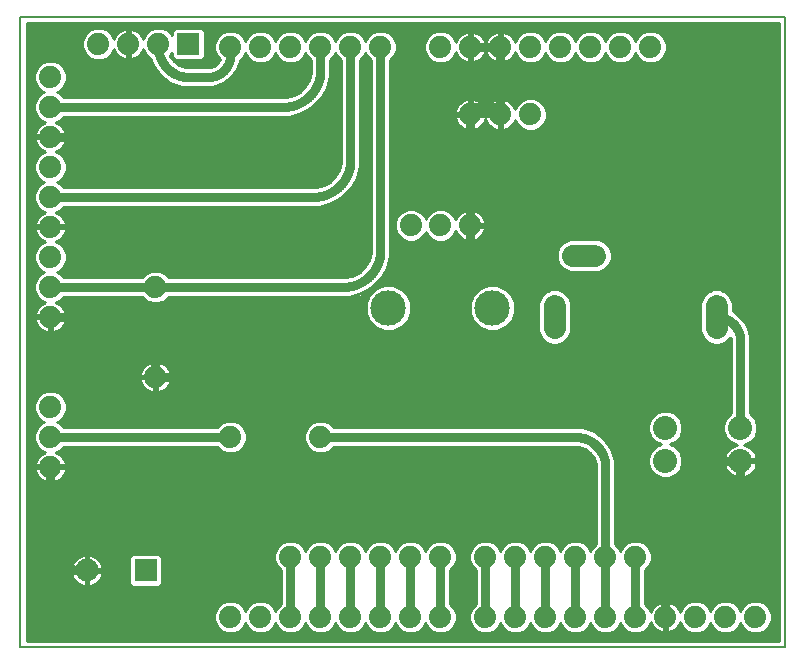
<source format=gtl>
G75*
%MOIN*%
%OFA0B0*%
%FSLAX25Y25*%
%IPPOS*%
%LPD*%
%AMOC8*
5,1,8,0,0,1.08239X$1,22.5*
%
%ADD10C,0.00800*%
%ADD11C,0.07400*%
%ADD12C,0.07600*%
%ADD13R,0.07600X0.07600*%
%ADD14C,0.11811*%
%ADD15R,0.07400X0.07400*%
%ADD16C,0.07480*%
%ADD17C,0.08000*%
%ADD18C,0.01000*%
%ADD19C,0.03000*%
%ADD20C,0.04000*%
D10*
X0029000Y0024000D02*
X0029000Y0234000D01*
X0284000Y0234000D01*
X0284000Y0024000D01*
X0029000Y0024000D01*
D11*
X0099000Y0034000D03*
X0109000Y0034000D03*
X0119000Y0034000D03*
X0129000Y0034000D03*
X0139000Y0034000D03*
X0149000Y0034000D03*
X0159000Y0034000D03*
X0169000Y0034000D03*
X0184000Y0034000D03*
X0194000Y0034000D03*
X0204000Y0034000D03*
X0214000Y0034000D03*
X0224000Y0034000D03*
X0234000Y0034000D03*
X0244000Y0034000D03*
X0254000Y0034000D03*
X0264000Y0034000D03*
X0274000Y0034000D03*
X0234000Y0054000D03*
X0224000Y0054000D03*
X0214000Y0054000D03*
X0204000Y0054000D03*
X0194000Y0054000D03*
X0184000Y0054000D03*
X0169000Y0054000D03*
X0159000Y0054000D03*
X0149000Y0054000D03*
X0139000Y0054000D03*
X0129000Y0054000D03*
X0119000Y0054000D03*
X0129000Y0094000D03*
X0099000Y0094000D03*
X0074000Y0114000D03*
X0039000Y0104000D03*
X0039000Y0094000D03*
X0039000Y0084000D03*
X0039000Y0134000D03*
X0039000Y0144000D03*
X0039000Y0154000D03*
X0039000Y0164000D03*
X0039000Y0174000D03*
X0039000Y0184000D03*
X0039000Y0194000D03*
X0039000Y0204000D03*
X0039000Y0214000D03*
X0055000Y0225000D03*
X0065000Y0225000D03*
X0075000Y0225000D03*
X0099000Y0224000D03*
X0109000Y0224000D03*
X0119000Y0224000D03*
X0129000Y0224000D03*
X0139000Y0224000D03*
X0149000Y0224000D03*
X0169000Y0224000D03*
X0179000Y0224000D03*
X0189000Y0224000D03*
X0199000Y0224000D03*
X0209000Y0224000D03*
X0219000Y0224000D03*
X0229000Y0224000D03*
X0239000Y0224000D03*
X0199000Y0201500D03*
X0189000Y0201500D03*
X0179000Y0201500D03*
X0178843Y0164559D03*
X0169000Y0164559D03*
X0159157Y0164559D03*
X0074000Y0144000D03*
D12*
X0051157Y0049500D03*
D13*
X0070843Y0049500D03*
D14*
X0151677Y0137000D03*
X0186323Y0137000D03*
D15*
X0085000Y0225000D03*
D16*
X0213213Y0154472D02*
X0220693Y0154472D01*
X0207110Y0137740D02*
X0207110Y0130260D01*
X0261047Y0130260D02*
X0261047Y0137740D01*
D17*
X0269000Y0097000D03*
X0269000Y0086000D03*
X0244000Y0086000D03*
X0244000Y0097000D03*
D18*
X0238703Y0094894D02*
X0221462Y0094894D01*
X0220088Y0095893D02*
X0238300Y0095893D01*
X0238300Y0095866D02*
X0239168Y0093771D01*
X0240771Y0092168D01*
X0242383Y0091500D01*
X0240771Y0090832D01*
X0239168Y0089229D01*
X0238300Y0087134D01*
X0238300Y0084866D01*
X0239168Y0082771D01*
X0240771Y0081168D01*
X0242866Y0080300D01*
X0245134Y0080300D01*
X0247229Y0081168D01*
X0248832Y0082771D01*
X0249700Y0084866D01*
X0249700Y0087134D01*
X0248832Y0089229D01*
X0247229Y0090832D01*
X0245617Y0091500D01*
X0247229Y0092168D01*
X0248832Y0093771D01*
X0249700Y0095866D01*
X0249700Y0098134D01*
X0248832Y0100229D01*
X0247229Y0101832D01*
X0245134Y0102700D01*
X0242866Y0102700D01*
X0240771Y0101832D01*
X0239168Y0100229D01*
X0238300Y0098134D01*
X0238300Y0095866D01*
X0238300Y0096891D02*
X0217041Y0096891D01*
X0216091Y0097200D02*
X0133437Y0097200D01*
X0132059Y0098578D01*
X0130074Y0099400D01*
X0127926Y0099400D01*
X0125941Y0098578D01*
X0124422Y0097059D01*
X0123600Y0095074D01*
X0123600Y0092926D01*
X0124422Y0090941D01*
X0125941Y0089422D01*
X0127926Y0088600D01*
X0130074Y0088600D01*
X0132059Y0089422D01*
X0133437Y0090800D01*
X0214000Y0090800D01*
X0215064Y0090716D01*
X0217087Y0090059D01*
X0218808Y0088808D01*
X0220059Y0087087D01*
X0220716Y0085064D01*
X0220800Y0084000D01*
X0220800Y0058437D01*
X0219422Y0057059D01*
X0219000Y0056040D01*
X0218578Y0057059D01*
X0217059Y0058578D01*
X0215074Y0059400D01*
X0212926Y0059400D01*
X0210941Y0058578D01*
X0209422Y0057059D01*
X0209000Y0056040D01*
X0208578Y0057059D01*
X0207059Y0058578D01*
X0205074Y0059400D01*
X0202926Y0059400D01*
X0200941Y0058578D01*
X0199422Y0057059D01*
X0199000Y0056040D01*
X0198578Y0057059D01*
X0197059Y0058578D01*
X0195074Y0059400D01*
X0192926Y0059400D01*
X0190941Y0058578D01*
X0189422Y0057059D01*
X0189000Y0056040D01*
X0188578Y0057059D01*
X0187059Y0058578D01*
X0185074Y0059400D01*
X0182926Y0059400D01*
X0180941Y0058578D01*
X0179422Y0057059D01*
X0178600Y0055074D01*
X0178600Y0052926D01*
X0179422Y0050941D01*
X0180800Y0049563D01*
X0180800Y0038437D01*
X0179422Y0037059D01*
X0178600Y0035074D01*
X0178600Y0032926D01*
X0179422Y0030941D01*
X0180941Y0029422D01*
X0182926Y0028600D01*
X0185074Y0028600D01*
X0187059Y0029422D01*
X0188578Y0030941D01*
X0189000Y0031960D01*
X0189422Y0030941D01*
X0190941Y0029422D01*
X0192926Y0028600D01*
X0195074Y0028600D01*
X0197059Y0029422D01*
X0198578Y0030941D01*
X0199000Y0031960D01*
X0199422Y0030941D01*
X0200941Y0029422D01*
X0202926Y0028600D01*
X0205074Y0028600D01*
X0207059Y0029422D01*
X0208578Y0030941D01*
X0209000Y0031960D01*
X0209422Y0030941D01*
X0210941Y0029422D01*
X0212926Y0028600D01*
X0215074Y0028600D01*
X0217059Y0029422D01*
X0218578Y0030941D01*
X0219000Y0031960D01*
X0219422Y0030941D01*
X0220941Y0029422D01*
X0222926Y0028600D01*
X0225074Y0028600D01*
X0227059Y0029422D01*
X0228578Y0030941D01*
X0229000Y0031960D01*
X0229422Y0030941D01*
X0230941Y0029422D01*
X0232926Y0028600D01*
X0235074Y0028600D01*
X0237059Y0029422D01*
X0238578Y0030941D01*
X0239109Y0032224D01*
X0239181Y0032004D01*
X0239553Y0031275D01*
X0240034Y0030612D01*
X0240612Y0030034D01*
X0241275Y0029553D01*
X0242004Y0029181D01*
X0242782Y0028928D01*
X0243500Y0028814D01*
X0243500Y0033500D01*
X0244500Y0033500D01*
X0244500Y0028814D01*
X0245218Y0028928D01*
X0245996Y0029181D01*
X0246725Y0029553D01*
X0247388Y0030034D01*
X0247966Y0030612D01*
X0248447Y0031275D01*
X0248819Y0032004D01*
X0248891Y0032224D01*
X0249422Y0030941D01*
X0250941Y0029422D01*
X0252926Y0028600D01*
X0255074Y0028600D01*
X0257059Y0029422D01*
X0258578Y0030941D01*
X0259000Y0031960D01*
X0259422Y0030941D01*
X0260941Y0029422D01*
X0262926Y0028600D01*
X0265074Y0028600D01*
X0267059Y0029422D01*
X0268578Y0030941D01*
X0269000Y0031960D01*
X0269422Y0030941D01*
X0270941Y0029422D01*
X0272926Y0028600D01*
X0275074Y0028600D01*
X0277059Y0029422D01*
X0278578Y0030941D01*
X0279400Y0032926D01*
X0279400Y0035074D01*
X0278578Y0037059D01*
X0277059Y0038578D01*
X0275074Y0039400D01*
X0272926Y0039400D01*
X0270941Y0038578D01*
X0269422Y0037059D01*
X0269000Y0036040D01*
X0268578Y0037059D01*
X0267059Y0038578D01*
X0265074Y0039400D01*
X0262926Y0039400D01*
X0260941Y0038578D01*
X0259422Y0037059D01*
X0259000Y0036040D01*
X0258578Y0037059D01*
X0257059Y0038578D01*
X0255074Y0039400D01*
X0252926Y0039400D01*
X0250941Y0038578D01*
X0249422Y0037059D01*
X0248891Y0035776D01*
X0248819Y0035996D01*
X0248447Y0036725D01*
X0247966Y0037388D01*
X0247388Y0037966D01*
X0246725Y0038447D01*
X0245996Y0038819D01*
X0245218Y0039072D01*
X0244500Y0039186D01*
X0244500Y0034500D01*
X0243500Y0034500D01*
X0243500Y0039186D01*
X0242782Y0039072D01*
X0242004Y0038819D01*
X0241275Y0038447D01*
X0240612Y0037966D01*
X0240034Y0037388D01*
X0239553Y0036725D01*
X0239181Y0035996D01*
X0239109Y0035776D01*
X0238578Y0037059D01*
X0237200Y0038437D01*
X0237200Y0049563D01*
X0238578Y0050941D01*
X0239400Y0052926D01*
X0239400Y0055074D01*
X0238578Y0057059D01*
X0237059Y0058578D01*
X0235074Y0059400D01*
X0232926Y0059400D01*
X0230941Y0058578D01*
X0229422Y0057059D01*
X0229000Y0056040D01*
X0228578Y0057059D01*
X0227200Y0058437D01*
X0227200Y0086091D01*
X0225908Y0090067D01*
X0225908Y0090067D01*
X0223450Y0093450D01*
X0220067Y0095908D01*
X0216091Y0097200D01*
X0220067Y0095908D02*
X0220067Y0095908D01*
X0222837Y0093896D02*
X0239116Y0093896D01*
X0240042Y0092897D02*
X0223852Y0092897D01*
X0223450Y0093450D02*
X0223450Y0093450D01*
X0223450Y0093450D01*
X0224577Y0091899D02*
X0241421Y0091899D01*
X0240935Y0090900D02*
X0225303Y0090900D01*
X0225962Y0089902D02*
X0239841Y0089902D01*
X0239033Y0088903D02*
X0226286Y0088903D01*
X0226611Y0087905D02*
X0238619Y0087905D01*
X0238300Y0086906D02*
X0226935Y0086906D01*
X0227200Y0085908D02*
X0238300Y0085908D01*
X0238300Y0084909D02*
X0227200Y0084909D01*
X0227200Y0083911D02*
X0238696Y0083911D01*
X0239109Y0082912D02*
X0227200Y0082912D01*
X0227200Y0081914D02*
X0240025Y0081914D01*
X0241381Y0080915D02*
X0227200Y0080915D01*
X0227200Y0079917D02*
X0281900Y0079917D01*
X0281900Y0080915D02*
X0271135Y0080915D01*
X0271111Y0080903D02*
X0271883Y0081296D01*
X0272583Y0081805D01*
X0273195Y0082417D01*
X0273704Y0083117D01*
X0274097Y0083889D01*
X0274365Y0084712D01*
X0274489Y0085500D01*
X0269500Y0085500D01*
X0269500Y0086500D01*
X0274489Y0086500D01*
X0274365Y0087288D01*
X0274097Y0088111D01*
X0273704Y0088883D01*
X0273195Y0089583D01*
X0272583Y0090195D01*
X0271883Y0090704D01*
X0271111Y0091097D01*
X0270289Y0091364D01*
X0272229Y0092168D01*
X0273832Y0093771D01*
X0274700Y0095866D01*
X0274700Y0098134D01*
X0273832Y0100229D01*
X0272229Y0101832D01*
X0272200Y0101844D01*
X0272200Y0127814D01*
X0271108Y0131174D01*
X0269032Y0134032D01*
X0266487Y0135880D01*
X0266487Y0138822D01*
X0265659Y0140822D01*
X0264129Y0142352D01*
X0262129Y0143180D01*
X0259965Y0143180D01*
X0257966Y0142352D01*
X0256435Y0140822D01*
X0255607Y0138822D01*
X0255607Y0129178D01*
X0256435Y0127178D01*
X0257966Y0125648D01*
X0259965Y0124820D01*
X0262129Y0124820D01*
X0264129Y0125648D01*
X0265626Y0127145D01*
X0265741Y0126791D01*
X0265800Y0126047D01*
X0265800Y0101844D01*
X0265771Y0101832D01*
X0264168Y0100229D01*
X0263300Y0098134D01*
X0263300Y0095866D01*
X0264168Y0093771D01*
X0265771Y0092168D01*
X0267711Y0091364D01*
X0266889Y0091097D01*
X0266117Y0090704D01*
X0265417Y0090195D01*
X0264805Y0089583D01*
X0264296Y0088883D01*
X0263903Y0088111D01*
X0263635Y0087288D01*
X0263511Y0086500D01*
X0268500Y0086500D01*
X0268500Y0085500D01*
X0269500Y0085500D01*
X0269500Y0080511D01*
X0270288Y0080635D01*
X0271111Y0080903D01*
X0269500Y0080915D02*
X0268500Y0080915D01*
X0268500Y0080511D02*
X0268500Y0085500D01*
X0263511Y0085500D01*
X0263635Y0084712D01*
X0263903Y0083889D01*
X0264296Y0083117D01*
X0264805Y0082417D01*
X0265417Y0081805D01*
X0266117Y0081296D01*
X0266889Y0080903D01*
X0267712Y0080635D01*
X0268500Y0080511D01*
X0268500Y0081914D02*
X0269500Y0081914D01*
X0269500Y0082912D02*
X0268500Y0082912D01*
X0268500Y0083911D02*
X0269500Y0083911D01*
X0269500Y0084909D02*
X0268500Y0084909D01*
X0268500Y0085908D02*
X0249700Y0085908D01*
X0249700Y0086906D02*
X0263575Y0086906D01*
X0263836Y0087905D02*
X0249381Y0087905D01*
X0248967Y0088903D02*
X0264311Y0088903D01*
X0265124Y0089902D02*
X0248159Y0089902D01*
X0247065Y0090900D02*
X0266503Y0090900D01*
X0266421Y0091899D02*
X0246579Y0091899D01*
X0247958Y0092897D02*
X0265042Y0092897D01*
X0264116Y0093896D02*
X0248884Y0093896D01*
X0249297Y0094894D02*
X0263703Y0094894D01*
X0263300Y0095893D02*
X0249700Y0095893D01*
X0249700Y0096891D02*
X0263300Y0096891D01*
X0263300Y0097890D02*
X0249700Y0097890D01*
X0249387Y0098888D02*
X0263613Y0098888D01*
X0264026Y0099887D02*
X0248974Y0099887D01*
X0248176Y0100885D02*
X0264824Y0100885D01*
X0265800Y0101884D02*
X0247104Y0101884D01*
X0240896Y0101884D02*
X0043968Y0101884D01*
X0043578Y0100941D02*
X0044400Y0102926D01*
X0044400Y0105074D01*
X0043578Y0107059D01*
X0042059Y0108578D01*
X0040074Y0109400D01*
X0037926Y0109400D01*
X0035941Y0108578D01*
X0034422Y0107059D01*
X0033600Y0105074D01*
X0033600Y0102926D01*
X0034422Y0100941D01*
X0035941Y0099422D01*
X0036960Y0099000D01*
X0035941Y0098578D01*
X0034422Y0097059D01*
X0033600Y0095074D01*
X0033600Y0092926D01*
X0034422Y0090941D01*
X0035941Y0089422D01*
X0037224Y0088891D01*
X0037004Y0088819D01*
X0036275Y0088447D01*
X0035612Y0087966D01*
X0035034Y0087388D01*
X0034553Y0086725D01*
X0034181Y0085996D01*
X0033928Y0085218D01*
X0033814Y0084500D01*
X0038500Y0084500D01*
X0038500Y0083500D01*
X0039500Y0083500D01*
X0039500Y0084500D01*
X0044186Y0084500D01*
X0044072Y0085218D01*
X0043819Y0085996D01*
X0043447Y0086725D01*
X0042966Y0087388D01*
X0042388Y0087966D01*
X0041725Y0088447D01*
X0040996Y0088819D01*
X0040776Y0088891D01*
X0042059Y0089422D01*
X0043437Y0090800D01*
X0094563Y0090800D01*
X0095941Y0089422D01*
X0097926Y0088600D01*
X0100074Y0088600D01*
X0102059Y0089422D01*
X0103578Y0090941D01*
X0104400Y0092926D01*
X0104400Y0095074D01*
X0103578Y0097059D01*
X0102059Y0098578D01*
X0100074Y0099400D01*
X0097926Y0099400D01*
X0095941Y0098578D01*
X0094563Y0097200D01*
X0043437Y0097200D01*
X0042059Y0098578D01*
X0041040Y0099000D01*
X0042059Y0099422D01*
X0043578Y0100941D01*
X0043522Y0100885D02*
X0239824Y0100885D01*
X0239026Y0099887D02*
X0042524Y0099887D01*
X0041309Y0098888D02*
X0096691Y0098888D01*
X0095253Y0097890D02*
X0042747Y0097890D01*
X0044382Y0102882D02*
X0265800Y0102882D01*
X0265800Y0103881D02*
X0044400Y0103881D01*
X0044400Y0104879D02*
X0265800Y0104879D01*
X0265800Y0105878D02*
X0044067Y0105878D01*
X0043653Y0106876D02*
X0265800Y0106876D01*
X0265800Y0107875D02*
X0042762Y0107875D01*
X0041345Y0108873D02*
X0073127Y0108873D01*
X0072782Y0108928D02*
X0073591Y0108800D01*
X0073614Y0108800D01*
X0073614Y0113614D01*
X0068800Y0113614D01*
X0068800Y0113591D01*
X0068928Y0112782D01*
X0069181Y0112004D01*
X0069553Y0111275D01*
X0070034Y0110612D01*
X0070612Y0110034D01*
X0071275Y0109553D01*
X0072004Y0109181D01*
X0072782Y0108928D01*
X0073614Y0108873D02*
X0074386Y0108873D01*
X0074386Y0108800D02*
X0074409Y0108800D01*
X0075218Y0108928D01*
X0075996Y0109181D01*
X0076725Y0109553D01*
X0077388Y0110034D01*
X0077966Y0110612D01*
X0078447Y0111275D01*
X0078819Y0112004D01*
X0079072Y0112782D01*
X0079200Y0113591D01*
X0079200Y0113614D01*
X0074386Y0113614D01*
X0074386Y0114386D01*
X0073614Y0114386D01*
X0073614Y0119200D01*
X0073591Y0119200D01*
X0072782Y0119072D01*
X0072004Y0118819D01*
X0071275Y0118447D01*
X0070612Y0117966D01*
X0070034Y0117388D01*
X0069553Y0116725D01*
X0069181Y0115996D01*
X0068928Y0115218D01*
X0068800Y0114409D01*
X0068800Y0114386D01*
X0073614Y0114386D01*
X0073614Y0113614D01*
X0074386Y0113614D01*
X0074386Y0108800D01*
X0074873Y0108873D02*
X0265800Y0108873D01*
X0265800Y0109872D02*
X0077165Y0109872D01*
X0078154Y0110870D02*
X0265800Y0110870D01*
X0265800Y0111869D02*
X0078750Y0111869D01*
X0079085Y0112868D02*
X0265800Y0112868D01*
X0265800Y0113866D02*
X0074386Y0113866D01*
X0074386Y0114386D02*
X0079200Y0114386D01*
X0079200Y0114409D01*
X0079072Y0115218D01*
X0078819Y0115996D01*
X0078447Y0116725D01*
X0077966Y0117388D01*
X0077388Y0117966D01*
X0076725Y0118447D01*
X0075996Y0118819D01*
X0075218Y0119072D01*
X0074409Y0119200D01*
X0074386Y0119200D01*
X0074386Y0114386D01*
X0074386Y0114865D02*
X0073614Y0114865D01*
X0073614Y0115863D02*
X0074386Y0115863D01*
X0074386Y0116862D02*
X0073614Y0116862D01*
X0073614Y0117860D02*
X0074386Y0117860D01*
X0074386Y0118859D02*
X0073614Y0118859D01*
X0072126Y0118859D02*
X0031100Y0118859D01*
X0031100Y0119857D02*
X0265800Y0119857D01*
X0265800Y0118859D02*
X0075874Y0118859D01*
X0077494Y0117860D02*
X0265800Y0117860D01*
X0265800Y0116862D02*
X0078349Y0116862D01*
X0078862Y0115863D02*
X0265800Y0115863D01*
X0265800Y0114865D02*
X0079128Y0114865D01*
X0074386Y0112868D02*
X0073614Y0112868D01*
X0073614Y0113866D02*
X0031100Y0113866D01*
X0031100Y0112868D02*
X0068915Y0112868D01*
X0069250Y0111869D02*
X0031100Y0111869D01*
X0031100Y0110870D02*
X0069846Y0110870D01*
X0070835Y0109872D02*
X0031100Y0109872D01*
X0031100Y0108873D02*
X0036655Y0108873D01*
X0035238Y0107875D02*
X0031100Y0107875D01*
X0031100Y0106876D02*
X0034347Y0106876D01*
X0033933Y0105878D02*
X0031100Y0105878D01*
X0031100Y0104879D02*
X0033600Y0104879D01*
X0033600Y0103881D02*
X0031100Y0103881D01*
X0031100Y0102882D02*
X0033618Y0102882D01*
X0034032Y0101884D02*
X0031100Y0101884D01*
X0031100Y0100885D02*
X0034478Y0100885D01*
X0035476Y0099887D02*
X0031100Y0099887D01*
X0031100Y0098888D02*
X0036691Y0098888D01*
X0035253Y0097890D02*
X0031100Y0097890D01*
X0031100Y0096891D02*
X0034353Y0096891D01*
X0033939Y0095893D02*
X0031100Y0095893D01*
X0031100Y0094894D02*
X0033600Y0094894D01*
X0033600Y0093896D02*
X0031100Y0093896D01*
X0031100Y0092897D02*
X0033612Y0092897D01*
X0034025Y0091899D02*
X0031100Y0091899D01*
X0031100Y0090900D02*
X0034463Y0090900D01*
X0035461Y0089902D02*
X0031100Y0089902D01*
X0031100Y0088903D02*
X0037194Y0088903D01*
X0035551Y0087905D02*
X0031100Y0087905D01*
X0031100Y0086906D02*
X0034684Y0086906D01*
X0034152Y0085908D02*
X0031100Y0085908D01*
X0031100Y0084909D02*
X0033879Y0084909D01*
X0033814Y0083500D02*
X0033928Y0082782D01*
X0034181Y0082004D01*
X0034553Y0081275D01*
X0035034Y0080612D01*
X0035612Y0080034D01*
X0036275Y0079553D01*
X0037004Y0079181D01*
X0037782Y0078928D01*
X0038500Y0078814D01*
X0038500Y0083500D01*
X0033814Y0083500D01*
X0033907Y0082912D02*
X0031100Y0082912D01*
X0031100Y0081914D02*
X0034227Y0081914D01*
X0034814Y0080915D02*
X0031100Y0080915D01*
X0031100Y0079917D02*
X0035773Y0079917D01*
X0037845Y0078918D02*
X0031100Y0078918D01*
X0031100Y0077920D02*
X0220800Y0077920D01*
X0220800Y0078918D02*
X0040155Y0078918D01*
X0040218Y0078928D02*
X0040996Y0079181D01*
X0041725Y0079553D01*
X0042388Y0080034D01*
X0042966Y0080612D01*
X0043447Y0081275D01*
X0043819Y0082004D01*
X0044072Y0082782D01*
X0044186Y0083500D01*
X0039500Y0083500D01*
X0039500Y0078814D01*
X0040218Y0078928D01*
X0039500Y0078918D02*
X0038500Y0078918D01*
X0038500Y0079917D02*
X0039500Y0079917D01*
X0039500Y0080915D02*
X0038500Y0080915D01*
X0038500Y0081914D02*
X0039500Y0081914D01*
X0039500Y0082912D02*
X0038500Y0082912D01*
X0038500Y0083911D02*
X0031100Y0083911D01*
X0031100Y0076921D02*
X0220800Y0076921D01*
X0220800Y0075923D02*
X0031100Y0075923D01*
X0031100Y0074924D02*
X0220800Y0074924D01*
X0220800Y0073926D02*
X0031100Y0073926D01*
X0031100Y0072927D02*
X0220800Y0072927D01*
X0220800Y0071929D02*
X0031100Y0071929D01*
X0031100Y0070930D02*
X0220800Y0070930D01*
X0220800Y0069932D02*
X0031100Y0069932D01*
X0031100Y0068933D02*
X0220800Y0068933D01*
X0220800Y0067934D02*
X0031100Y0067934D01*
X0031100Y0066936D02*
X0220800Y0066936D01*
X0220800Y0065937D02*
X0031100Y0065937D01*
X0031100Y0064939D02*
X0220800Y0064939D01*
X0220800Y0063940D02*
X0031100Y0063940D01*
X0031100Y0062942D02*
X0220800Y0062942D01*
X0220800Y0061943D02*
X0031100Y0061943D01*
X0031100Y0060945D02*
X0220800Y0060945D01*
X0220800Y0059946D02*
X0031100Y0059946D01*
X0031100Y0058948D02*
X0116834Y0058948D01*
X0115941Y0058578D02*
X0117926Y0059400D01*
X0120074Y0059400D01*
X0122059Y0058578D01*
X0123578Y0057059D01*
X0124000Y0056040D01*
X0124422Y0057059D01*
X0125941Y0058578D01*
X0127926Y0059400D01*
X0130074Y0059400D01*
X0132059Y0058578D01*
X0133578Y0057059D01*
X0134000Y0056040D01*
X0134422Y0057059D01*
X0135941Y0058578D01*
X0137926Y0059400D01*
X0140074Y0059400D01*
X0142059Y0058578D01*
X0143578Y0057059D01*
X0144000Y0056040D01*
X0144422Y0057059D01*
X0145941Y0058578D01*
X0147926Y0059400D01*
X0150074Y0059400D01*
X0152059Y0058578D01*
X0153578Y0057059D01*
X0154000Y0056040D01*
X0154422Y0057059D01*
X0155941Y0058578D01*
X0157926Y0059400D01*
X0160074Y0059400D01*
X0162059Y0058578D01*
X0163578Y0057059D01*
X0164000Y0056040D01*
X0164422Y0057059D01*
X0165941Y0058578D01*
X0167926Y0059400D01*
X0170074Y0059400D01*
X0172059Y0058578D01*
X0173578Y0057059D01*
X0174400Y0055074D01*
X0174400Y0052926D01*
X0173578Y0050941D01*
X0172200Y0049563D01*
X0172200Y0038437D01*
X0173578Y0037059D01*
X0174400Y0035074D01*
X0174400Y0032926D01*
X0173578Y0030941D01*
X0172059Y0029422D01*
X0170074Y0028600D01*
X0167926Y0028600D01*
X0165941Y0029422D01*
X0164422Y0030941D01*
X0164000Y0031960D01*
X0163578Y0030941D01*
X0162059Y0029422D01*
X0160074Y0028600D01*
X0157926Y0028600D01*
X0155941Y0029422D01*
X0154422Y0030941D01*
X0154000Y0031960D01*
X0153578Y0030941D01*
X0152059Y0029422D01*
X0150074Y0028600D01*
X0147926Y0028600D01*
X0145941Y0029422D01*
X0144422Y0030941D01*
X0144000Y0031960D01*
X0143578Y0030941D01*
X0142059Y0029422D01*
X0140074Y0028600D01*
X0137926Y0028600D01*
X0135941Y0029422D01*
X0134422Y0030941D01*
X0134000Y0031960D01*
X0133578Y0030941D01*
X0132059Y0029422D01*
X0130074Y0028600D01*
X0127926Y0028600D01*
X0125941Y0029422D01*
X0124422Y0030941D01*
X0124000Y0031960D01*
X0123578Y0030941D01*
X0122059Y0029422D01*
X0120074Y0028600D01*
X0117926Y0028600D01*
X0115941Y0029422D01*
X0114422Y0030941D01*
X0114000Y0031960D01*
X0113578Y0030941D01*
X0112059Y0029422D01*
X0110074Y0028600D01*
X0107926Y0028600D01*
X0105941Y0029422D01*
X0104422Y0030941D01*
X0104000Y0031960D01*
X0103578Y0030941D01*
X0102059Y0029422D01*
X0100074Y0028600D01*
X0097926Y0028600D01*
X0095941Y0029422D01*
X0094422Y0030941D01*
X0093600Y0032926D01*
X0093600Y0035074D01*
X0094422Y0037059D01*
X0095941Y0038578D01*
X0097926Y0039400D01*
X0100074Y0039400D01*
X0102059Y0038578D01*
X0103578Y0037059D01*
X0104000Y0036040D01*
X0104422Y0037059D01*
X0105941Y0038578D01*
X0107926Y0039400D01*
X0110074Y0039400D01*
X0112059Y0038578D01*
X0113578Y0037059D01*
X0114000Y0036040D01*
X0114422Y0037059D01*
X0115800Y0038437D01*
X0115800Y0049563D01*
X0114422Y0050941D01*
X0113600Y0052926D01*
X0113600Y0055074D01*
X0114422Y0057059D01*
X0115941Y0058578D01*
X0115313Y0057949D02*
X0031100Y0057949D01*
X0031100Y0056951D02*
X0114377Y0056951D01*
X0113964Y0055952D02*
X0031100Y0055952D01*
X0031100Y0054954D02*
X0066292Y0054954D01*
X0066338Y0055000D02*
X0065343Y0054004D01*
X0065343Y0044996D01*
X0066338Y0044000D01*
X0075347Y0044000D01*
X0076343Y0044996D01*
X0076343Y0054004D01*
X0075347Y0055000D01*
X0066338Y0055000D01*
X0065343Y0053955D02*
X0054042Y0053955D01*
X0053935Y0054033D02*
X0053192Y0054412D01*
X0052399Y0054669D01*
X0051575Y0054800D01*
X0051543Y0054800D01*
X0051543Y0049886D01*
X0050772Y0049886D01*
X0050772Y0054800D01*
X0050740Y0054800D01*
X0049916Y0054669D01*
X0049123Y0054412D01*
X0048380Y0054033D01*
X0047705Y0053543D01*
X0047115Y0052953D01*
X0046625Y0052278D01*
X0046246Y0051534D01*
X0045988Y0050741D01*
X0045857Y0049917D01*
X0045857Y0049886D01*
X0050772Y0049886D01*
X0050772Y0049114D01*
X0051543Y0049114D01*
X0051543Y0044200D01*
X0051575Y0044200D01*
X0052399Y0044330D01*
X0053192Y0044588D01*
X0053935Y0044967D01*
X0054610Y0045457D01*
X0055200Y0046047D01*
X0055690Y0046722D01*
X0056069Y0047466D01*
X0056327Y0048259D01*
X0056457Y0049083D01*
X0056457Y0049114D01*
X0051543Y0049114D01*
X0051543Y0049886D01*
X0056457Y0049886D01*
X0056457Y0049917D01*
X0056327Y0050741D01*
X0056069Y0051534D01*
X0055690Y0052278D01*
X0055200Y0052953D01*
X0054610Y0053543D01*
X0053935Y0054033D01*
X0055196Y0052957D02*
X0065343Y0052957D01*
X0065343Y0051958D02*
X0055853Y0051958D01*
X0056256Y0050960D02*
X0065343Y0050960D01*
X0065343Y0049961D02*
X0056450Y0049961D01*
X0056438Y0048963D02*
X0065343Y0048963D01*
X0065343Y0047964D02*
X0056231Y0047964D01*
X0055815Y0046966D02*
X0065343Y0046966D01*
X0065343Y0045967D02*
X0055120Y0045967D01*
X0053938Y0044969D02*
X0065370Y0044969D01*
X0076315Y0044969D02*
X0115800Y0044969D01*
X0115800Y0045967D02*
X0076343Y0045967D01*
X0076343Y0046966D02*
X0115800Y0046966D01*
X0115800Y0047964D02*
X0076343Y0047964D01*
X0076343Y0048963D02*
X0115800Y0048963D01*
X0115402Y0049961D02*
X0076343Y0049961D01*
X0076343Y0050960D02*
X0114414Y0050960D01*
X0114001Y0051958D02*
X0076343Y0051958D01*
X0076343Y0052957D02*
X0113600Y0052957D01*
X0113600Y0053955D02*
X0076343Y0053955D01*
X0075393Y0054954D02*
X0113600Y0054954D01*
X0121166Y0058948D02*
X0126834Y0058948D01*
X0125313Y0057949D02*
X0122687Y0057949D01*
X0123623Y0056951D02*
X0124377Y0056951D01*
X0131166Y0058948D02*
X0136834Y0058948D01*
X0135313Y0057949D02*
X0132687Y0057949D01*
X0133623Y0056951D02*
X0134377Y0056951D01*
X0141166Y0058948D02*
X0146834Y0058948D01*
X0145313Y0057949D02*
X0142687Y0057949D01*
X0143623Y0056951D02*
X0144377Y0056951D01*
X0151166Y0058948D02*
X0156834Y0058948D01*
X0155313Y0057949D02*
X0152687Y0057949D01*
X0153623Y0056951D02*
X0154377Y0056951D01*
X0161166Y0058948D02*
X0166834Y0058948D01*
X0165313Y0057949D02*
X0162687Y0057949D01*
X0163623Y0056951D02*
X0164377Y0056951D01*
X0171166Y0058948D02*
X0181834Y0058948D01*
X0180313Y0057949D02*
X0172687Y0057949D01*
X0173623Y0056951D02*
X0179377Y0056951D01*
X0178964Y0055952D02*
X0174036Y0055952D01*
X0174400Y0054954D02*
X0178600Y0054954D01*
X0178600Y0053955D02*
X0174400Y0053955D01*
X0174400Y0052957D02*
X0178600Y0052957D01*
X0179001Y0051958D02*
X0173999Y0051958D01*
X0173586Y0050960D02*
X0179414Y0050960D01*
X0180402Y0049961D02*
X0172598Y0049961D01*
X0172200Y0048963D02*
X0180800Y0048963D01*
X0180800Y0047964D02*
X0172200Y0047964D01*
X0172200Y0046966D02*
X0180800Y0046966D01*
X0180800Y0045967D02*
X0172200Y0045967D01*
X0172200Y0044969D02*
X0180800Y0044969D01*
X0180800Y0043970D02*
X0172200Y0043970D01*
X0172200Y0042972D02*
X0180800Y0042972D01*
X0180800Y0041973D02*
X0172200Y0041973D01*
X0172200Y0040975D02*
X0180800Y0040975D01*
X0180800Y0039976D02*
X0172200Y0039976D01*
X0172200Y0038978D02*
X0180800Y0038978D01*
X0180342Y0037979D02*
X0172658Y0037979D01*
X0173610Y0036981D02*
X0179390Y0036981D01*
X0178976Y0035982D02*
X0174024Y0035982D01*
X0174400Y0034984D02*
X0178600Y0034984D01*
X0178600Y0033985D02*
X0174400Y0033985D01*
X0174400Y0032987D02*
X0178600Y0032987D01*
X0178988Y0031988D02*
X0174012Y0031988D01*
X0173598Y0030990D02*
X0179402Y0030990D01*
X0180372Y0029991D02*
X0172628Y0029991D01*
X0171022Y0028993D02*
X0181978Y0028993D01*
X0186022Y0028993D02*
X0191978Y0028993D01*
X0190372Y0029991D02*
X0187628Y0029991D01*
X0188598Y0030990D02*
X0189402Y0030990D01*
X0196022Y0028993D02*
X0201978Y0028993D01*
X0200372Y0029991D02*
X0197628Y0029991D01*
X0198598Y0030990D02*
X0199402Y0030990D01*
X0206022Y0028993D02*
X0211978Y0028993D01*
X0210372Y0029991D02*
X0207628Y0029991D01*
X0208598Y0030990D02*
X0209402Y0030990D01*
X0216022Y0028993D02*
X0221978Y0028993D01*
X0220372Y0029991D02*
X0217628Y0029991D01*
X0218598Y0030990D02*
X0219402Y0030990D01*
X0226022Y0028993D02*
X0231978Y0028993D01*
X0230372Y0029991D02*
X0227628Y0029991D01*
X0228598Y0030990D02*
X0229402Y0030990D01*
X0236022Y0028993D02*
X0242584Y0028993D01*
X0243500Y0028993D02*
X0244500Y0028993D01*
X0245416Y0028993D02*
X0251978Y0028993D01*
X0250372Y0029991D02*
X0247329Y0029991D01*
X0248240Y0030990D02*
X0249402Y0030990D01*
X0248988Y0031988D02*
X0248811Y0031988D01*
X0256022Y0028993D02*
X0261978Y0028993D01*
X0260372Y0029991D02*
X0257628Y0029991D01*
X0258598Y0030990D02*
X0259402Y0030990D01*
X0259390Y0036981D02*
X0258610Y0036981D01*
X0257658Y0037979D02*
X0260342Y0037979D01*
X0261906Y0038978D02*
X0256094Y0038978D01*
X0251906Y0038978D02*
X0245508Y0038978D01*
X0244500Y0038978D02*
X0243500Y0038978D01*
X0243500Y0037979D02*
X0244500Y0037979D01*
X0244500Y0036981D02*
X0243500Y0036981D01*
X0243500Y0035982D02*
X0244500Y0035982D01*
X0244500Y0034984D02*
X0243500Y0034984D01*
X0243500Y0032987D02*
X0244500Y0032987D01*
X0244500Y0031988D02*
X0243500Y0031988D01*
X0243500Y0030990D02*
X0244500Y0030990D01*
X0244500Y0029991D02*
X0243500Y0029991D01*
X0240671Y0029991D02*
X0237628Y0029991D01*
X0238598Y0030990D02*
X0239760Y0030990D01*
X0239189Y0031988D02*
X0239012Y0031988D01*
X0239024Y0035982D02*
X0239176Y0035982D01*
X0239738Y0036981D02*
X0238610Y0036981D01*
X0237658Y0037979D02*
X0240630Y0037979D01*
X0242492Y0038978D02*
X0237200Y0038978D01*
X0237200Y0039976D02*
X0281900Y0039976D01*
X0281900Y0038978D02*
X0276094Y0038978D01*
X0277658Y0037979D02*
X0281900Y0037979D01*
X0281900Y0036981D02*
X0278610Y0036981D01*
X0279024Y0035982D02*
X0281900Y0035982D01*
X0281900Y0034984D02*
X0279400Y0034984D01*
X0279400Y0033985D02*
X0281900Y0033985D01*
X0281900Y0032987D02*
X0279400Y0032987D01*
X0279012Y0031988D02*
X0281900Y0031988D01*
X0281900Y0030990D02*
X0278598Y0030990D01*
X0277628Y0029991D02*
X0281900Y0029991D01*
X0281900Y0028993D02*
X0276022Y0028993D01*
X0271978Y0028993D02*
X0266022Y0028993D01*
X0267628Y0029991D02*
X0270372Y0029991D01*
X0269402Y0030990D02*
X0268598Y0030990D01*
X0268610Y0036981D02*
X0269390Y0036981D01*
X0270342Y0037979D02*
X0267658Y0037979D01*
X0266094Y0038978D02*
X0271906Y0038978D01*
X0281900Y0040975D02*
X0237200Y0040975D01*
X0237200Y0041973D02*
X0281900Y0041973D01*
X0281900Y0042972D02*
X0237200Y0042972D01*
X0237200Y0043970D02*
X0281900Y0043970D01*
X0281900Y0044969D02*
X0237200Y0044969D01*
X0237200Y0045967D02*
X0281900Y0045967D01*
X0281900Y0046966D02*
X0237200Y0046966D01*
X0237200Y0047964D02*
X0281900Y0047964D01*
X0281900Y0048963D02*
X0237200Y0048963D01*
X0237598Y0049961D02*
X0281900Y0049961D01*
X0281900Y0050960D02*
X0238586Y0050960D01*
X0238999Y0051958D02*
X0281900Y0051958D01*
X0281900Y0052957D02*
X0239400Y0052957D01*
X0239400Y0053955D02*
X0281900Y0053955D01*
X0281900Y0054954D02*
X0239400Y0054954D01*
X0239036Y0055952D02*
X0281900Y0055952D01*
X0281900Y0056951D02*
X0238623Y0056951D01*
X0237687Y0057949D02*
X0281900Y0057949D01*
X0281900Y0058948D02*
X0236166Y0058948D01*
X0231834Y0058948D02*
X0227200Y0058948D01*
X0227200Y0059946D02*
X0281900Y0059946D01*
X0281900Y0060945D02*
X0227200Y0060945D01*
X0227200Y0061943D02*
X0281900Y0061943D01*
X0281900Y0062942D02*
X0227200Y0062942D01*
X0227200Y0063940D02*
X0281900Y0063940D01*
X0281900Y0064939D02*
X0227200Y0064939D01*
X0227200Y0065937D02*
X0281900Y0065937D01*
X0281900Y0066936D02*
X0227200Y0066936D01*
X0227200Y0067934D02*
X0281900Y0067934D01*
X0281900Y0068933D02*
X0227200Y0068933D01*
X0227200Y0069932D02*
X0281900Y0069932D01*
X0281900Y0070930D02*
X0227200Y0070930D01*
X0227200Y0071929D02*
X0281900Y0071929D01*
X0281900Y0072927D02*
X0227200Y0072927D01*
X0227200Y0073926D02*
X0281900Y0073926D01*
X0281900Y0074924D02*
X0227200Y0074924D01*
X0227200Y0075923D02*
X0281900Y0075923D01*
X0281900Y0076921D02*
X0227200Y0076921D01*
X0227200Y0077920D02*
X0281900Y0077920D01*
X0281900Y0078918D02*
X0227200Y0078918D01*
X0220800Y0079917D02*
X0042226Y0079917D01*
X0043186Y0080915D02*
X0220800Y0080915D01*
X0220800Y0081914D02*
X0043773Y0081914D01*
X0044093Y0082912D02*
X0220800Y0082912D01*
X0220800Y0083911D02*
X0039500Y0083911D01*
X0044121Y0084909D02*
X0220728Y0084909D01*
X0220442Y0085908D02*
X0043848Y0085908D01*
X0043316Y0086906D02*
X0220118Y0086906D01*
X0219465Y0087905D02*
X0042449Y0087905D01*
X0040806Y0088903D02*
X0097194Y0088903D01*
X0095461Y0089902D02*
X0042538Y0089902D01*
X0073614Y0109872D02*
X0074386Y0109872D01*
X0074386Y0110870D02*
X0073614Y0110870D01*
X0073614Y0111869D02*
X0074386Y0111869D01*
X0068872Y0114865D02*
X0031100Y0114865D01*
X0031100Y0115863D02*
X0069138Y0115863D01*
X0069651Y0116862D02*
X0031100Y0116862D01*
X0031100Y0117860D02*
X0070506Y0117860D01*
X0043735Y0131839D02*
X0146082Y0131839D01*
X0145230Y0132692D02*
X0147369Y0130552D01*
X0150164Y0129394D01*
X0153190Y0129394D01*
X0155985Y0130552D01*
X0158125Y0132692D01*
X0159283Y0135487D01*
X0159283Y0138513D01*
X0158125Y0141308D01*
X0155985Y0143448D01*
X0153190Y0144605D01*
X0150164Y0144605D01*
X0147369Y0143448D01*
X0145230Y0141308D01*
X0144072Y0138513D01*
X0144072Y0135487D01*
X0145230Y0132692D01*
X0145169Y0132838D02*
X0044081Y0132838D01*
X0044072Y0132782D02*
X0044186Y0133500D01*
X0039500Y0133500D01*
X0039500Y0134500D01*
X0044186Y0134500D01*
X0044072Y0135218D01*
X0043819Y0135996D01*
X0043447Y0136725D01*
X0042966Y0137388D01*
X0042388Y0137966D01*
X0041725Y0138447D01*
X0040996Y0138819D01*
X0040776Y0138891D01*
X0042059Y0139422D01*
X0043437Y0140800D01*
X0069563Y0140800D01*
X0070941Y0139422D01*
X0072926Y0138600D01*
X0075074Y0138600D01*
X0077059Y0139422D01*
X0078437Y0140800D01*
X0138567Y0140800D01*
X0142560Y0141870D01*
X0146140Y0143937D01*
X0149063Y0146860D01*
X0149063Y0146860D01*
X0151130Y0150440D01*
X0152200Y0154433D01*
X0152200Y0219563D01*
X0153578Y0220941D01*
X0154400Y0222926D01*
X0154400Y0225074D01*
X0153578Y0227059D01*
X0152059Y0228578D01*
X0150074Y0229400D01*
X0147926Y0229400D01*
X0145941Y0228578D01*
X0144422Y0227059D01*
X0144000Y0226040D01*
X0143578Y0227059D01*
X0142059Y0228578D01*
X0140074Y0229400D01*
X0137926Y0229400D01*
X0135941Y0228578D01*
X0134422Y0227059D01*
X0134000Y0226040D01*
X0133578Y0227059D01*
X0132059Y0228578D01*
X0130074Y0229400D01*
X0127926Y0229400D01*
X0125941Y0228578D01*
X0124422Y0227059D01*
X0124000Y0226040D01*
X0123578Y0227059D01*
X0122059Y0228578D01*
X0120074Y0229400D01*
X0117926Y0229400D01*
X0115941Y0228578D01*
X0114422Y0227059D01*
X0114000Y0226040D01*
X0113578Y0227059D01*
X0112059Y0228578D01*
X0110074Y0229400D01*
X0107926Y0229400D01*
X0105941Y0228578D01*
X0104422Y0227059D01*
X0104000Y0226040D01*
X0103578Y0227059D01*
X0102059Y0228578D01*
X0100074Y0229400D01*
X0097926Y0229400D01*
X0095941Y0228578D01*
X0094422Y0227059D01*
X0093600Y0225074D01*
X0093600Y0222926D01*
X0094422Y0220941D01*
X0095450Y0219913D01*
X0095331Y0219548D01*
X0094541Y0218459D01*
X0093452Y0217669D01*
X0092173Y0217253D01*
X0091500Y0217200D01*
X0085000Y0217200D01*
X0083936Y0217284D01*
X0081913Y0217941D01*
X0080192Y0219192D01*
X0078941Y0220913D01*
X0078845Y0221208D01*
X0079578Y0221941D01*
X0079600Y0221995D01*
X0079600Y0220596D01*
X0080596Y0219600D01*
X0089404Y0219600D01*
X0090400Y0220596D01*
X0090400Y0229404D01*
X0089404Y0230400D01*
X0080596Y0230400D01*
X0079600Y0229404D01*
X0079600Y0228005D01*
X0079578Y0228059D01*
X0078059Y0229578D01*
X0076074Y0230400D01*
X0073926Y0230400D01*
X0071941Y0229578D01*
X0070422Y0228059D01*
X0069891Y0226776D01*
X0069819Y0226996D01*
X0069447Y0227725D01*
X0068966Y0228388D01*
X0068388Y0228966D01*
X0067725Y0229447D01*
X0066996Y0229819D01*
X0066218Y0230072D01*
X0065500Y0230186D01*
X0065500Y0225500D01*
X0064500Y0225500D01*
X0064500Y0230186D01*
X0063782Y0230072D01*
X0063004Y0229819D01*
X0062275Y0229447D01*
X0061612Y0228966D01*
X0061034Y0228388D01*
X0060553Y0227725D01*
X0060181Y0226996D01*
X0060109Y0226776D01*
X0059578Y0228059D01*
X0058059Y0229578D01*
X0056074Y0230400D01*
X0053926Y0230400D01*
X0051941Y0229578D01*
X0050422Y0228059D01*
X0049600Y0226074D01*
X0049600Y0223926D01*
X0050422Y0221941D01*
X0051941Y0220422D01*
X0053926Y0219600D01*
X0056074Y0219600D01*
X0058059Y0220422D01*
X0059578Y0221941D01*
X0060109Y0223224D01*
X0060181Y0223004D01*
X0060553Y0222275D01*
X0061034Y0221612D01*
X0061612Y0221034D01*
X0062275Y0220553D01*
X0063004Y0220181D01*
X0063782Y0219928D01*
X0064500Y0219814D01*
X0064500Y0224500D01*
X0065500Y0224500D01*
X0065500Y0219814D01*
X0066218Y0219928D01*
X0066996Y0220181D01*
X0067725Y0220553D01*
X0068388Y0221034D01*
X0068966Y0221612D01*
X0069447Y0222275D01*
X0069819Y0223004D01*
X0069891Y0223224D01*
X0070422Y0221941D01*
X0071941Y0220422D01*
X0072336Y0220258D01*
X0073092Y0217933D01*
X0075550Y0214550D01*
X0075550Y0214550D01*
X0078933Y0212092D01*
X0082909Y0210800D01*
X0093195Y0210800D01*
X0096418Y0211847D01*
X0099160Y0213840D01*
X0101153Y0216582D01*
X0102083Y0219447D01*
X0103578Y0220941D01*
X0104000Y0221960D01*
X0104422Y0220941D01*
X0105941Y0219422D01*
X0107926Y0218600D01*
X0110074Y0218600D01*
X0112059Y0219422D01*
X0113578Y0220941D01*
X0114000Y0221960D01*
X0114422Y0220941D01*
X0115941Y0219422D01*
X0117926Y0218600D01*
X0120074Y0218600D01*
X0122059Y0219422D01*
X0123578Y0220941D01*
X0124000Y0221960D01*
X0124422Y0220941D01*
X0125800Y0219563D01*
X0125800Y0216500D01*
X0125720Y0215286D01*
X0125092Y0212941D01*
X0123878Y0210839D01*
X0122161Y0209122D01*
X0120059Y0207908D01*
X0117714Y0207280D01*
X0116500Y0207200D01*
X0043437Y0207200D01*
X0042059Y0208578D01*
X0041040Y0209000D01*
X0042059Y0209422D01*
X0043578Y0210941D01*
X0044400Y0212926D01*
X0044400Y0215074D01*
X0043578Y0217059D01*
X0042059Y0218578D01*
X0040074Y0219400D01*
X0037926Y0219400D01*
X0035941Y0218578D01*
X0034422Y0217059D01*
X0033600Y0215074D01*
X0033600Y0212926D01*
X0034422Y0210941D01*
X0035941Y0209422D01*
X0036960Y0209000D01*
X0035941Y0208578D01*
X0034422Y0207059D01*
X0033600Y0205074D01*
X0033600Y0202926D01*
X0034422Y0200941D01*
X0035941Y0199422D01*
X0037224Y0198891D01*
X0037004Y0198819D01*
X0036275Y0198447D01*
X0035612Y0197966D01*
X0035034Y0197388D01*
X0034553Y0196725D01*
X0034181Y0195996D01*
X0033928Y0195218D01*
X0033814Y0194500D01*
X0038500Y0194500D01*
X0038500Y0193500D01*
X0033814Y0193500D01*
X0033928Y0192782D01*
X0034181Y0192004D01*
X0034553Y0191275D01*
X0035034Y0190612D01*
X0035612Y0190034D01*
X0036275Y0189553D01*
X0037004Y0189181D01*
X0037224Y0189109D01*
X0035941Y0188578D01*
X0034422Y0187059D01*
X0033600Y0185074D01*
X0033600Y0182926D01*
X0034422Y0180941D01*
X0035941Y0179422D01*
X0036960Y0179000D01*
X0035941Y0178578D01*
X0034422Y0177059D01*
X0033600Y0175074D01*
X0033600Y0172926D01*
X0034422Y0170941D01*
X0035941Y0169422D01*
X0037224Y0168891D01*
X0037004Y0168819D01*
X0036275Y0168447D01*
X0035612Y0167966D01*
X0035034Y0167388D01*
X0034553Y0166725D01*
X0034181Y0165996D01*
X0033928Y0165218D01*
X0033814Y0164500D01*
X0038500Y0164500D01*
X0038500Y0163500D01*
X0033814Y0163500D01*
X0033928Y0162782D01*
X0034181Y0162004D01*
X0034553Y0161275D01*
X0035034Y0160612D01*
X0035612Y0160034D01*
X0036275Y0159553D01*
X0037004Y0159181D01*
X0037224Y0159109D01*
X0035941Y0158578D01*
X0034422Y0157059D01*
X0033600Y0155074D01*
X0033600Y0152926D01*
X0034422Y0150941D01*
X0035941Y0149422D01*
X0036960Y0149000D01*
X0035941Y0148578D01*
X0034422Y0147059D01*
X0033600Y0145074D01*
X0033600Y0142926D01*
X0034422Y0140941D01*
X0035941Y0139422D01*
X0037224Y0138891D01*
X0037004Y0138819D01*
X0036275Y0138447D01*
X0035612Y0137966D01*
X0035034Y0137388D01*
X0034553Y0136725D01*
X0034181Y0135996D01*
X0033928Y0135218D01*
X0033814Y0134500D01*
X0038500Y0134500D01*
X0038500Y0133500D01*
X0039500Y0133500D01*
X0039500Y0128814D01*
X0040218Y0128928D01*
X0040996Y0129181D01*
X0041725Y0129553D01*
X0042388Y0130034D01*
X0042966Y0130612D01*
X0043447Y0131275D01*
X0043819Y0132004D01*
X0044072Y0132782D01*
X0044133Y0134835D02*
X0144342Y0134835D01*
X0144072Y0135833D02*
X0043872Y0135833D01*
X0043370Y0136832D02*
X0144072Y0136832D01*
X0144072Y0137830D02*
X0042524Y0137830D01*
X0040966Y0138829D02*
X0072373Y0138829D01*
X0070536Y0139827D02*
X0042464Y0139827D01*
X0037034Y0138829D02*
X0031100Y0138829D01*
X0031100Y0139827D02*
X0035536Y0139827D01*
X0034537Y0140826D02*
X0031100Y0140826D01*
X0031100Y0141824D02*
X0034056Y0141824D01*
X0033643Y0142823D02*
X0031100Y0142823D01*
X0031100Y0143821D02*
X0033600Y0143821D01*
X0033600Y0144820D02*
X0031100Y0144820D01*
X0031100Y0145818D02*
X0033908Y0145818D01*
X0034322Y0146817D02*
X0031100Y0146817D01*
X0031100Y0147815D02*
X0035179Y0147815D01*
X0036511Y0148814D02*
X0031100Y0148814D01*
X0031100Y0149812D02*
X0035551Y0149812D01*
X0034552Y0150811D02*
X0031100Y0150811D01*
X0031100Y0151809D02*
X0034062Y0151809D01*
X0033649Y0152808D02*
X0031100Y0152808D01*
X0031100Y0153806D02*
X0033600Y0153806D01*
X0033600Y0154805D02*
X0031100Y0154805D01*
X0031100Y0155803D02*
X0033902Y0155803D01*
X0034316Y0156802D02*
X0031100Y0156802D01*
X0031100Y0157801D02*
X0035164Y0157801D01*
X0036475Y0158799D02*
X0031100Y0158799D01*
X0031100Y0159798D02*
X0035937Y0159798D01*
X0034900Y0160796D02*
X0031100Y0160796D01*
X0031100Y0161795D02*
X0034288Y0161795D01*
X0033926Y0162793D02*
X0031100Y0162793D01*
X0031100Y0163792D02*
X0038500Y0163792D01*
X0039500Y0163792D02*
X0145800Y0163792D01*
X0145800Y0164790D02*
X0044140Y0164790D01*
X0044186Y0164500D02*
X0044072Y0165218D01*
X0043819Y0165996D01*
X0043447Y0166725D01*
X0042966Y0167388D01*
X0042388Y0167966D01*
X0041725Y0168447D01*
X0040996Y0168819D01*
X0040776Y0168891D01*
X0042059Y0169422D01*
X0043437Y0170800D01*
X0128567Y0170800D01*
X0132560Y0171870D01*
X0136140Y0173937D01*
X0139063Y0176860D01*
X0141130Y0180440D01*
X0142200Y0184433D01*
X0142200Y0219563D01*
X0143578Y0220941D01*
X0144000Y0221960D01*
X0144422Y0220941D01*
X0145800Y0219563D01*
X0145800Y0156500D01*
X0145720Y0155286D01*
X0145092Y0152941D01*
X0143878Y0150839D01*
X0142161Y0149122D01*
X0140059Y0147908D01*
X0137714Y0147280D01*
X0136500Y0147200D01*
X0078437Y0147200D01*
X0077059Y0148578D01*
X0075074Y0149400D01*
X0072926Y0149400D01*
X0070941Y0148578D01*
X0069563Y0147200D01*
X0043437Y0147200D01*
X0042059Y0148578D01*
X0041040Y0149000D01*
X0042059Y0149422D01*
X0043578Y0150941D01*
X0044400Y0152926D01*
X0044400Y0155074D01*
X0043578Y0157059D01*
X0042059Y0158578D01*
X0040776Y0159109D01*
X0040996Y0159181D01*
X0041725Y0159553D01*
X0042388Y0160034D01*
X0042966Y0160612D01*
X0043447Y0161275D01*
X0043819Y0162004D01*
X0044072Y0162782D01*
X0044186Y0163500D01*
X0039500Y0163500D01*
X0039500Y0164500D01*
X0044186Y0164500D01*
X0043886Y0165789D02*
X0145800Y0165789D01*
X0145800Y0166787D02*
X0043403Y0166787D01*
X0042568Y0167786D02*
X0145800Y0167786D01*
X0145800Y0168784D02*
X0041065Y0168784D01*
X0042419Y0169783D02*
X0145800Y0169783D01*
X0145800Y0170781D02*
X0043418Y0170781D01*
X0036935Y0168784D02*
X0031100Y0168784D01*
X0031100Y0167786D02*
X0035432Y0167786D01*
X0034597Y0166787D02*
X0031100Y0166787D01*
X0031100Y0165789D02*
X0034114Y0165789D01*
X0033860Y0164790D02*
X0031100Y0164790D01*
X0031100Y0169783D02*
X0035581Y0169783D01*
X0034582Y0170781D02*
X0031100Y0170781D01*
X0031100Y0171780D02*
X0034075Y0171780D01*
X0033661Y0172778D02*
X0031100Y0172778D01*
X0031100Y0173777D02*
X0033600Y0173777D01*
X0033600Y0174775D02*
X0031100Y0174775D01*
X0031100Y0175774D02*
X0033890Y0175774D01*
X0034303Y0176772D02*
X0031100Y0176772D01*
X0031100Y0177771D02*
X0035134Y0177771D01*
X0036403Y0178769D02*
X0031100Y0178769D01*
X0031100Y0179768D02*
X0035595Y0179768D01*
X0034597Y0180766D02*
X0031100Y0180766D01*
X0031100Y0181765D02*
X0034081Y0181765D01*
X0033667Y0182763D02*
X0031100Y0182763D01*
X0031100Y0183762D02*
X0033600Y0183762D01*
X0033600Y0184760D02*
X0031100Y0184760D01*
X0031100Y0185759D02*
X0033884Y0185759D01*
X0034297Y0186757D02*
X0031100Y0186757D01*
X0031100Y0187756D02*
X0035119Y0187756D01*
X0036367Y0188754D02*
X0031100Y0188754D01*
X0031100Y0189753D02*
X0035999Y0189753D01*
X0034933Y0190751D02*
X0031100Y0190751D01*
X0031100Y0191750D02*
X0034310Y0191750D01*
X0033939Y0192748D02*
X0031100Y0192748D01*
X0031100Y0193747D02*
X0038500Y0193747D01*
X0039500Y0193747D02*
X0135800Y0193747D01*
X0135800Y0194745D02*
X0044147Y0194745D01*
X0044186Y0194500D02*
X0044072Y0195218D01*
X0043819Y0195996D01*
X0043447Y0196725D01*
X0042966Y0197388D01*
X0042388Y0197966D01*
X0041725Y0198447D01*
X0040996Y0198819D01*
X0040776Y0198891D01*
X0042059Y0199422D01*
X0043437Y0200800D01*
X0118567Y0200800D01*
X0122560Y0201870D01*
X0126140Y0203937D01*
X0129063Y0206860D01*
X0131130Y0210440D01*
X0132200Y0214433D01*
X0132200Y0219563D01*
X0133578Y0220941D01*
X0134000Y0221960D01*
X0134422Y0220941D01*
X0135800Y0219563D01*
X0135800Y0186500D01*
X0135720Y0185286D01*
X0135092Y0182941D01*
X0133878Y0180839D01*
X0132161Y0179122D01*
X0130059Y0177908D01*
X0127714Y0177280D01*
X0126500Y0177200D01*
X0043437Y0177200D01*
X0042059Y0178578D01*
X0041040Y0179000D01*
X0042059Y0179422D01*
X0043578Y0180941D01*
X0044400Y0182926D01*
X0044400Y0185074D01*
X0043578Y0187059D01*
X0042059Y0188578D01*
X0040776Y0189109D01*
X0040996Y0189181D01*
X0041725Y0189553D01*
X0042388Y0190034D01*
X0042966Y0190612D01*
X0043447Y0191275D01*
X0043819Y0192004D01*
X0044072Y0192782D01*
X0044186Y0193500D01*
X0039500Y0193500D01*
X0039500Y0194500D01*
X0044186Y0194500D01*
X0043901Y0195744D02*
X0135800Y0195744D01*
X0135800Y0196742D02*
X0043435Y0196742D01*
X0042613Y0197741D02*
X0135800Y0197741D01*
X0135800Y0198739D02*
X0041152Y0198739D01*
X0042375Y0199738D02*
X0135800Y0199738D01*
X0135800Y0200737D02*
X0043373Y0200737D01*
X0036848Y0198739D02*
X0031100Y0198739D01*
X0031100Y0197741D02*
X0035387Y0197741D01*
X0034565Y0196742D02*
X0031100Y0196742D01*
X0031100Y0195744D02*
X0034099Y0195744D01*
X0033853Y0194745D02*
X0031100Y0194745D01*
X0031100Y0199738D02*
X0035625Y0199738D01*
X0034627Y0200737D02*
X0031100Y0200737D01*
X0031100Y0201735D02*
X0034093Y0201735D01*
X0033680Y0202734D02*
X0031100Y0202734D01*
X0031100Y0203732D02*
X0033600Y0203732D01*
X0033600Y0204731D02*
X0031100Y0204731D01*
X0031100Y0205729D02*
X0033871Y0205729D01*
X0034285Y0206728D02*
X0031100Y0206728D01*
X0031100Y0207726D02*
X0035089Y0207726D01*
X0036295Y0208725D02*
X0031100Y0208725D01*
X0031100Y0209723D02*
X0035640Y0209723D01*
X0034642Y0210722D02*
X0031100Y0210722D01*
X0031100Y0211720D02*
X0034099Y0211720D01*
X0033686Y0212719D02*
X0031100Y0212719D01*
X0031100Y0213717D02*
X0033600Y0213717D01*
X0033600Y0214716D02*
X0031100Y0214716D01*
X0031100Y0215714D02*
X0033865Y0215714D01*
X0034279Y0216713D02*
X0031100Y0216713D01*
X0031100Y0217711D02*
X0035074Y0217711D01*
X0036259Y0218710D02*
X0031100Y0218710D01*
X0031100Y0219708D02*
X0053665Y0219708D01*
X0051657Y0220707D02*
X0031100Y0220707D01*
X0031100Y0221705D02*
X0050658Y0221705D01*
X0050106Y0222704D02*
X0031100Y0222704D01*
X0031100Y0223702D02*
X0049693Y0223702D01*
X0049600Y0224701D02*
X0031100Y0224701D01*
X0031100Y0225699D02*
X0049600Y0225699D01*
X0049858Y0226698D02*
X0031100Y0226698D01*
X0031100Y0227696D02*
X0050272Y0227696D01*
X0051058Y0228695D02*
X0031100Y0228695D01*
X0031100Y0229693D02*
X0052220Y0229693D01*
X0057780Y0229693D02*
X0062757Y0229693D01*
X0061341Y0228695D02*
X0058942Y0228695D01*
X0059728Y0227696D02*
X0060538Y0227696D01*
X0064500Y0227696D02*
X0065500Y0227696D01*
X0065500Y0226698D02*
X0064500Y0226698D01*
X0064500Y0225699D02*
X0065500Y0225699D01*
X0065500Y0223702D02*
X0064500Y0223702D01*
X0064500Y0222704D02*
X0065500Y0222704D01*
X0065500Y0221705D02*
X0064500Y0221705D01*
X0064500Y0220707D02*
X0065500Y0220707D01*
X0067938Y0220707D02*
X0071657Y0220707D01*
X0072515Y0219708D02*
X0056335Y0219708D01*
X0058343Y0220707D02*
X0062062Y0220707D01*
X0060966Y0221705D02*
X0059342Y0221705D01*
X0059894Y0222704D02*
X0060334Y0222704D01*
X0069034Y0221705D02*
X0070658Y0221705D01*
X0070106Y0222704D02*
X0069666Y0222704D01*
X0072840Y0218710D02*
X0041741Y0218710D01*
X0042926Y0217711D02*
X0073253Y0217711D01*
X0073092Y0217933D02*
X0073092Y0217933D01*
X0073978Y0216713D02*
X0043721Y0216713D01*
X0044135Y0215714D02*
X0074704Y0215714D01*
X0075429Y0214716D02*
X0044400Y0214716D01*
X0044400Y0213717D02*
X0076696Y0213717D01*
X0078070Y0212719D02*
X0044314Y0212719D01*
X0043901Y0211720D02*
X0080077Y0211720D01*
X0082621Y0217711D02*
X0093511Y0217711D01*
X0094722Y0218710D02*
X0080855Y0218710D01*
X0080488Y0219708D02*
X0079816Y0219708D01*
X0079600Y0220707D02*
X0079091Y0220707D01*
X0079342Y0221705D02*
X0079600Y0221705D01*
X0089512Y0219708D02*
X0095383Y0219708D01*
X0094657Y0220707D02*
X0090400Y0220707D01*
X0090400Y0221705D02*
X0094106Y0221705D01*
X0093692Y0222704D02*
X0090400Y0222704D01*
X0090400Y0223702D02*
X0093600Y0223702D01*
X0093600Y0224701D02*
X0090400Y0224701D01*
X0090400Y0225699D02*
X0093859Y0225699D01*
X0094273Y0226698D02*
X0090400Y0226698D01*
X0090400Y0227696D02*
X0095060Y0227696D01*
X0096223Y0228695D02*
X0090400Y0228695D01*
X0090111Y0229693D02*
X0281900Y0229693D01*
X0281900Y0228695D02*
X0241777Y0228695D01*
X0242059Y0228578D02*
X0240074Y0229400D01*
X0237926Y0229400D01*
X0235941Y0228578D01*
X0234422Y0227059D01*
X0234000Y0226040D01*
X0233578Y0227059D01*
X0232059Y0228578D01*
X0230074Y0229400D01*
X0227926Y0229400D01*
X0225941Y0228578D01*
X0224422Y0227059D01*
X0224000Y0226040D01*
X0223578Y0227059D01*
X0222059Y0228578D01*
X0220074Y0229400D01*
X0217926Y0229400D01*
X0215941Y0228578D01*
X0214422Y0227059D01*
X0214000Y0226040D01*
X0213578Y0227059D01*
X0212059Y0228578D01*
X0210074Y0229400D01*
X0207926Y0229400D01*
X0205941Y0228578D01*
X0204422Y0227059D01*
X0204000Y0226040D01*
X0203578Y0227059D01*
X0202059Y0228578D01*
X0200074Y0229400D01*
X0197926Y0229400D01*
X0195941Y0228578D01*
X0194422Y0227059D01*
X0193891Y0225776D01*
X0193819Y0225996D01*
X0193447Y0226725D01*
X0192966Y0227388D01*
X0192388Y0227966D01*
X0191725Y0228447D01*
X0190996Y0228819D01*
X0190218Y0229072D01*
X0189500Y0229186D01*
X0189500Y0224500D01*
X0188500Y0224500D01*
X0188500Y0229186D01*
X0187782Y0229072D01*
X0187004Y0228819D01*
X0186275Y0228447D01*
X0185612Y0227966D01*
X0185034Y0227388D01*
X0184553Y0226725D01*
X0184181Y0225996D01*
X0184000Y0225439D01*
X0183819Y0225996D01*
X0183447Y0226725D01*
X0182966Y0227388D01*
X0182388Y0227966D01*
X0181725Y0228447D01*
X0180996Y0228819D01*
X0180218Y0229072D01*
X0179500Y0229186D01*
X0179500Y0224500D01*
X0178500Y0224500D01*
X0178500Y0229186D01*
X0177782Y0229072D01*
X0177004Y0228819D01*
X0176275Y0228447D01*
X0175612Y0227966D01*
X0175034Y0227388D01*
X0174553Y0226725D01*
X0174181Y0225996D01*
X0174109Y0225776D01*
X0173578Y0227059D01*
X0172059Y0228578D01*
X0170074Y0229400D01*
X0167926Y0229400D01*
X0165941Y0228578D01*
X0164422Y0227059D01*
X0163600Y0225074D01*
X0163600Y0222926D01*
X0164422Y0220941D01*
X0165941Y0219422D01*
X0167926Y0218600D01*
X0170074Y0218600D01*
X0172059Y0219422D01*
X0173578Y0220941D01*
X0174109Y0222224D01*
X0174181Y0222004D01*
X0174553Y0221275D01*
X0175034Y0220612D01*
X0175612Y0220034D01*
X0176275Y0219553D01*
X0177004Y0219181D01*
X0177782Y0218928D01*
X0178500Y0218814D01*
X0178500Y0223500D01*
X0179500Y0223500D01*
X0179500Y0224500D01*
X0184186Y0224500D01*
X0188500Y0224500D01*
X0188500Y0223500D01*
X0189500Y0223500D01*
X0189500Y0218814D01*
X0190218Y0218928D01*
X0190996Y0219181D01*
X0191725Y0219553D01*
X0192388Y0220034D01*
X0192966Y0220612D01*
X0193447Y0221275D01*
X0193819Y0222004D01*
X0193891Y0222224D01*
X0194422Y0220941D01*
X0195941Y0219422D01*
X0197926Y0218600D01*
X0200074Y0218600D01*
X0202059Y0219422D01*
X0203578Y0220941D01*
X0204000Y0221960D01*
X0204422Y0220941D01*
X0205941Y0219422D01*
X0207926Y0218600D01*
X0210074Y0218600D01*
X0212059Y0219422D01*
X0213578Y0220941D01*
X0214000Y0221960D01*
X0214422Y0220941D01*
X0215941Y0219422D01*
X0217926Y0218600D01*
X0220074Y0218600D01*
X0222059Y0219422D01*
X0223578Y0220941D01*
X0224000Y0221960D01*
X0224422Y0220941D01*
X0225941Y0219422D01*
X0227926Y0218600D01*
X0230074Y0218600D01*
X0232059Y0219422D01*
X0233578Y0220941D01*
X0234000Y0221960D01*
X0234422Y0220941D01*
X0235941Y0219422D01*
X0237926Y0218600D01*
X0240074Y0218600D01*
X0242059Y0219422D01*
X0243578Y0220941D01*
X0244400Y0222926D01*
X0244400Y0225074D01*
X0243578Y0227059D01*
X0242059Y0228578D01*
X0242940Y0227696D02*
X0281900Y0227696D01*
X0281900Y0226698D02*
X0243727Y0226698D01*
X0244141Y0225699D02*
X0281900Y0225699D01*
X0281900Y0224701D02*
X0244400Y0224701D01*
X0244400Y0223702D02*
X0281900Y0223702D01*
X0281900Y0222704D02*
X0244308Y0222704D01*
X0243894Y0221705D02*
X0281900Y0221705D01*
X0281900Y0220707D02*
X0243343Y0220707D01*
X0242345Y0219708D02*
X0281900Y0219708D01*
X0281900Y0218710D02*
X0240339Y0218710D01*
X0237661Y0218710D02*
X0230339Y0218710D01*
X0232345Y0219708D02*
X0235655Y0219708D01*
X0234657Y0220707D02*
X0233343Y0220707D01*
X0233894Y0221705D02*
X0234106Y0221705D01*
X0234273Y0226698D02*
X0233727Y0226698D01*
X0232940Y0227696D02*
X0235060Y0227696D01*
X0236223Y0228695D02*
X0231777Y0228695D01*
X0226223Y0228695D02*
X0221777Y0228695D01*
X0222940Y0227696D02*
X0225060Y0227696D01*
X0224273Y0226698D02*
X0223727Y0226698D01*
X0223894Y0221705D02*
X0224106Y0221705D01*
X0224657Y0220707D02*
X0223343Y0220707D01*
X0222345Y0219708D02*
X0225655Y0219708D01*
X0227661Y0218710D02*
X0220339Y0218710D01*
X0217661Y0218710D02*
X0210339Y0218710D01*
X0212345Y0219708D02*
X0215655Y0219708D01*
X0214657Y0220707D02*
X0213343Y0220707D01*
X0213894Y0221705D02*
X0214106Y0221705D01*
X0207661Y0218710D02*
X0200339Y0218710D01*
X0202345Y0219708D02*
X0205655Y0219708D01*
X0204657Y0220707D02*
X0203343Y0220707D01*
X0203894Y0221705D02*
X0204106Y0221705D01*
X0204273Y0226698D02*
X0203727Y0226698D01*
X0202940Y0227696D02*
X0205060Y0227696D01*
X0206223Y0228695D02*
X0201777Y0228695D01*
X0196223Y0228695D02*
X0191240Y0228695D01*
X0192658Y0227696D02*
X0195060Y0227696D01*
X0194273Y0226698D02*
X0193461Y0226698D01*
X0189500Y0226698D02*
X0188500Y0226698D01*
X0188500Y0227696D02*
X0189500Y0227696D01*
X0189500Y0228695D02*
X0188500Y0228695D01*
X0186760Y0228695D02*
X0181240Y0228695D01*
X0182658Y0227696D02*
X0185342Y0227696D01*
X0184539Y0226698D02*
X0183461Y0226698D01*
X0183915Y0225699D02*
X0184085Y0225699D01*
X0179500Y0225699D02*
X0178500Y0225699D01*
X0178500Y0224701D02*
X0179500Y0224701D01*
X0179500Y0223702D02*
X0188500Y0223702D01*
X0188500Y0223500D02*
X0179500Y0223500D01*
X0179500Y0218814D01*
X0180218Y0218928D01*
X0180996Y0219181D01*
X0181725Y0219553D01*
X0182388Y0220034D01*
X0182966Y0220612D01*
X0183447Y0221275D01*
X0183819Y0222004D01*
X0184000Y0222561D01*
X0184181Y0222004D01*
X0184553Y0221275D01*
X0185034Y0220612D01*
X0185612Y0220034D01*
X0186275Y0219553D01*
X0187004Y0219181D01*
X0187782Y0218928D01*
X0188500Y0218814D01*
X0188500Y0223500D01*
X0188500Y0222704D02*
X0189500Y0222704D01*
X0189500Y0221705D02*
X0188500Y0221705D01*
X0188500Y0220707D02*
X0189500Y0220707D01*
X0189500Y0219708D02*
X0188500Y0219708D01*
X0186060Y0219708D02*
X0181940Y0219708D01*
X0183035Y0220707D02*
X0184965Y0220707D01*
X0184333Y0221705D02*
X0183667Y0221705D01*
X0179500Y0221705D02*
X0178500Y0221705D01*
X0178500Y0220707D02*
X0179500Y0220707D01*
X0179500Y0219708D02*
X0178500Y0219708D01*
X0176060Y0219708D02*
X0172345Y0219708D01*
X0173343Y0220707D02*
X0174965Y0220707D01*
X0174333Y0221705D02*
X0173894Y0221705D01*
X0170339Y0218710D02*
X0197661Y0218710D01*
X0195655Y0219708D02*
X0191940Y0219708D01*
X0193035Y0220707D02*
X0194657Y0220707D01*
X0194106Y0221705D02*
X0193667Y0221705D01*
X0189500Y0224701D02*
X0188500Y0224701D01*
X0188500Y0225699D02*
X0189500Y0225699D01*
X0179500Y0226698D02*
X0178500Y0226698D01*
X0178500Y0227696D02*
X0179500Y0227696D01*
X0179500Y0228695D02*
X0178500Y0228695D01*
X0176760Y0228695D02*
X0171777Y0228695D01*
X0172940Y0227696D02*
X0175342Y0227696D01*
X0174539Y0226698D02*
X0173727Y0226698D01*
X0178500Y0222704D02*
X0179500Y0222704D01*
X0167661Y0218710D02*
X0152200Y0218710D01*
X0152200Y0217711D02*
X0281900Y0217711D01*
X0281900Y0216713D02*
X0152200Y0216713D01*
X0152200Y0215714D02*
X0281900Y0215714D01*
X0281900Y0214716D02*
X0152200Y0214716D01*
X0152200Y0213717D02*
X0281900Y0213717D01*
X0281900Y0212719D02*
X0152200Y0212719D01*
X0152200Y0211720D02*
X0281900Y0211720D01*
X0281900Y0210722D02*
X0152200Y0210722D01*
X0152200Y0209723D02*
X0281900Y0209723D01*
X0281900Y0208725D02*
X0152200Y0208725D01*
X0152200Y0207726D02*
X0281900Y0207726D01*
X0281900Y0206728D02*
X0200490Y0206728D01*
X0200074Y0206900D02*
X0197926Y0206900D01*
X0195941Y0206078D01*
X0194422Y0204559D01*
X0193891Y0203276D01*
X0193819Y0203496D01*
X0193447Y0204225D01*
X0192966Y0204888D01*
X0192388Y0205466D01*
X0191725Y0205947D01*
X0190996Y0206319D01*
X0190218Y0206572D01*
X0189500Y0206686D01*
X0189500Y0202000D01*
X0188500Y0202000D01*
X0188500Y0206686D01*
X0187782Y0206572D01*
X0187004Y0206319D01*
X0186275Y0205947D01*
X0185612Y0205466D01*
X0185034Y0204888D01*
X0184553Y0204225D01*
X0184181Y0203496D01*
X0184000Y0202939D01*
X0183819Y0203496D01*
X0183447Y0204225D01*
X0182966Y0204888D01*
X0182388Y0205466D01*
X0181725Y0205947D01*
X0180996Y0206319D01*
X0180218Y0206572D01*
X0179500Y0206686D01*
X0179500Y0202000D01*
X0178500Y0202000D01*
X0178500Y0206686D01*
X0177782Y0206572D01*
X0177004Y0206319D01*
X0176275Y0205947D01*
X0175612Y0205466D01*
X0175034Y0204888D01*
X0174553Y0204225D01*
X0174181Y0203496D01*
X0173928Y0202718D01*
X0173814Y0202000D01*
X0178500Y0202000D01*
X0178500Y0201000D01*
X0173814Y0201000D01*
X0173928Y0200282D01*
X0174181Y0199504D01*
X0174553Y0198775D01*
X0175034Y0198112D01*
X0175612Y0197534D01*
X0176275Y0197053D01*
X0177004Y0196681D01*
X0177782Y0196428D01*
X0178500Y0196314D01*
X0178500Y0201000D01*
X0179500Y0201000D01*
X0179500Y0202000D01*
X0188500Y0202000D01*
X0188500Y0201000D01*
X0189500Y0201000D01*
X0189500Y0196314D01*
X0190218Y0196428D01*
X0190996Y0196681D01*
X0191725Y0197053D01*
X0192388Y0197534D01*
X0192966Y0198112D01*
X0193447Y0198775D01*
X0193819Y0199504D01*
X0193891Y0199724D01*
X0194422Y0198441D01*
X0195941Y0196922D01*
X0197926Y0196100D01*
X0200074Y0196100D01*
X0202059Y0196922D01*
X0203578Y0198441D01*
X0204400Y0200426D01*
X0204400Y0202574D01*
X0203578Y0204559D01*
X0202059Y0206078D01*
X0200074Y0206900D01*
X0197510Y0206728D02*
X0152200Y0206728D01*
X0152200Y0205729D02*
X0175974Y0205729D01*
X0174920Y0204731D02*
X0152200Y0204731D01*
X0152200Y0203732D02*
X0174301Y0203732D01*
X0173933Y0202734D02*
X0152200Y0202734D01*
X0152200Y0201735D02*
X0178500Y0201735D01*
X0178500Y0200737D02*
X0179500Y0200737D01*
X0179500Y0201000D02*
X0179500Y0196314D01*
X0180218Y0196428D01*
X0180996Y0196681D01*
X0181725Y0197053D01*
X0182388Y0197534D01*
X0182966Y0198112D01*
X0183447Y0198775D01*
X0183819Y0199504D01*
X0184000Y0200061D01*
X0184181Y0199504D01*
X0184553Y0198775D01*
X0185034Y0198112D01*
X0185612Y0197534D01*
X0186275Y0197053D01*
X0187004Y0196681D01*
X0187782Y0196428D01*
X0188500Y0196314D01*
X0188500Y0201000D01*
X0183814Y0201000D01*
X0179500Y0201000D01*
X0179500Y0201735D02*
X0188500Y0201735D01*
X0188500Y0200737D02*
X0189500Y0200737D01*
X0189500Y0199738D02*
X0188500Y0199738D01*
X0188500Y0198739D02*
X0189500Y0198739D01*
X0189500Y0197741D02*
X0188500Y0197741D01*
X0188500Y0196742D02*
X0189500Y0196742D01*
X0191117Y0196742D02*
X0196375Y0196742D01*
X0195122Y0197741D02*
X0192595Y0197741D01*
X0193422Y0198739D02*
X0194299Y0198739D01*
X0189500Y0202734D02*
X0188500Y0202734D01*
X0188500Y0203732D02*
X0189500Y0203732D01*
X0189500Y0204731D02*
X0188500Y0204731D01*
X0188500Y0205729D02*
X0189500Y0205729D01*
X0192026Y0205729D02*
X0195592Y0205729D01*
X0194594Y0204731D02*
X0193080Y0204731D01*
X0193699Y0203732D02*
X0194080Y0203732D01*
X0185974Y0205729D02*
X0182026Y0205729D01*
X0183080Y0204731D02*
X0184920Y0204731D01*
X0184301Y0203732D02*
X0183699Y0203732D01*
X0179500Y0203732D02*
X0178500Y0203732D01*
X0178500Y0202734D02*
X0179500Y0202734D01*
X0179500Y0204731D02*
X0178500Y0204731D01*
X0178500Y0205729D02*
X0179500Y0205729D01*
X0179500Y0199738D02*
X0178500Y0199738D01*
X0178500Y0198739D02*
X0179500Y0198739D01*
X0179500Y0197741D02*
X0178500Y0197741D01*
X0178500Y0196742D02*
X0179500Y0196742D01*
X0181117Y0196742D02*
X0186883Y0196742D01*
X0185405Y0197741D02*
X0182595Y0197741D01*
X0183422Y0198739D02*
X0184578Y0198739D01*
X0184105Y0199738D02*
X0183895Y0199738D01*
X0176883Y0196742D02*
X0152200Y0196742D01*
X0152200Y0195744D02*
X0281900Y0195744D01*
X0281900Y0196742D02*
X0201625Y0196742D01*
X0202878Y0197741D02*
X0281900Y0197741D01*
X0281900Y0198739D02*
X0203701Y0198739D01*
X0204115Y0199738D02*
X0281900Y0199738D01*
X0281900Y0200737D02*
X0204400Y0200737D01*
X0204400Y0201735D02*
X0281900Y0201735D01*
X0281900Y0202734D02*
X0204334Y0202734D01*
X0203920Y0203732D02*
X0281900Y0203732D01*
X0281900Y0204731D02*
X0203406Y0204731D01*
X0202408Y0205729D02*
X0281900Y0205729D01*
X0281900Y0194745D02*
X0152200Y0194745D01*
X0152200Y0193747D02*
X0281900Y0193747D01*
X0281900Y0192748D02*
X0152200Y0192748D01*
X0152200Y0191750D02*
X0281900Y0191750D01*
X0281900Y0190751D02*
X0152200Y0190751D01*
X0152200Y0189753D02*
X0281900Y0189753D01*
X0281900Y0188754D02*
X0152200Y0188754D01*
X0152200Y0187756D02*
X0281900Y0187756D01*
X0281900Y0186757D02*
X0152200Y0186757D01*
X0152200Y0185759D02*
X0281900Y0185759D01*
X0281900Y0184760D02*
X0152200Y0184760D01*
X0152200Y0183762D02*
X0281900Y0183762D01*
X0281900Y0182763D02*
X0152200Y0182763D01*
X0152200Y0181765D02*
X0281900Y0181765D01*
X0281900Y0180766D02*
X0152200Y0180766D01*
X0152200Y0179768D02*
X0281900Y0179768D01*
X0281900Y0178769D02*
X0152200Y0178769D01*
X0152200Y0177771D02*
X0281900Y0177771D01*
X0281900Y0176772D02*
X0152200Y0176772D01*
X0152200Y0175774D02*
X0281900Y0175774D01*
X0281900Y0174775D02*
X0152200Y0174775D01*
X0152200Y0173777D02*
X0281900Y0173777D01*
X0281900Y0172778D02*
X0152200Y0172778D01*
X0152200Y0171780D02*
X0281900Y0171780D01*
X0281900Y0170781D02*
X0152200Y0170781D01*
X0152200Y0169783D02*
X0157658Y0169783D01*
X0158083Y0169959D02*
X0156099Y0169137D01*
X0154580Y0167618D01*
X0153757Y0165633D01*
X0153757Y0163485D01*
X0154580Y0161500D01*
X0156099Y0159981D01*
X0158083Y0159159D01*
X0160232Y0159159D01*
X0162216Y0159981D01*
X0163735Y0161500D01*
X0164079Y0162329D01*
X0164422Y0161500D01*
X0165941Y0159981D01*
X0167926Y0159159D01*
X0170074Y0159159D01*
X0172059Y0159981D01*
X0173578Y0161500D01*
X0174021Y0162570D01*
X0174023Y0162563D01*
X0174395Y0161834D01*
X0174876Y0161171D01*
X0175455Y0160593D01*
X0176117Y0160112D01*
X0176846Y0159740D01*
X0177625Y0159487D01*
X0178358Y0159371D01*
X0178358Y0164075D01*
X0179327Y0164075D01*
X0179327Y0165043D01*
X0184031Y0165043D01*
X0183914Y0165777D01*
X0183662Y0166555D01*
X0183290Y0167284D01*
X0182809Y0167947D01*
X0182230Y0168525D01*
X0181568Y0169006D01*
X0180839Y0169378D01*
X0180060Y0169631D01*
X0179327Y0169747D01*
X0179327Y0165043D01*
X0178358Y0165043D01*
X0178358Y0169747D01*
X0177625Y0169631D01*
X0176846Y0169378D01*
X0176117Y0169006D01*
X0175455Y0168525D01*
X0174876Y0167947D01*
X0174395Y0167284D01*
X0174023Y0166555D01*
X0174021Y0166548D01*
X0173578Y0167618D01*
X0172059Y0169137D01*
X0170074Y0169959D01*
X0167926Y0169959D01*
X0165941Y0169137D01*
X0164422Y0167618D01*
X0164079Y0166789D01*
X0163735Y0167618D01*
X0162216Y0169137D01*
X0160232Y0169959D01*
X0158083Y0169959D01*
X0160657Y0169783D02*
X0167500Y0169783D01*
X0165588Y0168784D02*
X0162569Y0168784D01*
X0163568Y0167786D02*
X0164590Y0167786D01*
X0164300Y0161795D02*
X0163857Y0161795D01*
X0163031Y0160796D02*
X0165126Y0160796D01*
X0166384Y0159798D02*
X0161773Y0159798D01*
X0156542Y0159798D02*
X0152200Y0159798D01*
X0152200Y0160796D02*
X0155284Y0160796D01*
X0154458Y0161795D02*
X0152200Y0161795D01*
X0152200Y0162793D02*
X0154044Y0162793D01*
X0153757Y0163792D02*
X0152200Y0163792D01*
X0152200Y0164790D02*
X0153757Y0164790D01*
X0153822Y0165789D02*
X0152200Y0165789D01*
X0152200Y0166787D02*
X0154235Y0166787D01*
X0154747Y0167786D02*
X0152200Y0167786D01*
X0152200Y0168784D02*
X0155746Y0168784D01*
X0145800Y0171780D02*
X0132223Y0171780D01*
X0132560Y0171870D02*
X0132560Y0171870D01*
X0134133Y0172778D02*
X0145800Y0172778D01*
X0145800Y0173777D02*
X0135863Y0173777D01*
X0136140Y0173937D02*
X0136140Y0173937D01*
X0136978Y0174775D02*
X0145800Y0174775D01*
X0145800Y0175774D02*
X0137977Y0175774D01*
X0138975Y0176772D02*
X0145800Y0176772D01*
X0145800Y0177771D02*
X0139589Y0177771D01*
X0139063Y0176860D02*
X0139063Y0176860D01*
X0140165Y0178769D02*
X0145800Y0178769D01*
X0145800Y0179768D02*
X0140742Y0179768D01*
X0141130Y0180440D02*
X0141130Y0180440D01*
X0141217Y0180766D02*
X0145800Y0180766D01*
X0145800Y0181765D02*
X0141485Y0181765D01*
X0141753Y0182763D02*
X0145800Y0182763D01*
X0145800Y0183762D02*
X0142020Y0183762D01*
X0142200Y0184760D02*
X0145800Y0184760D01*
X0145800Y0185759D02*
X0142200Y0185759D01*
X0142200Y0186757D02*
X0145800Y0186757D01*
X0145800Y0187756D02*
X0142200Y0187756D01*
X0142200Y0188754D02*
X0145800Y0188754D01*
X0145800Y0189753D02*
X0142200Y0189753D01*
X0142200Y0190751D02*
X0145800Y0190751D01*
X0145800Y0191750D02*
X0142200Y0191750D01*
X0142200Y0192748D02*
X0145800Y0192748D01*
X0145800Y0193747D02*
X0142200Y0193747D01*
X0142200Y0194745D02*
X0145800Y0194745D01*
X0145800Y0195744D02*
X0142200Y0195744D01*
X0142200Y0196742D02*
X0145800Y0196742D01*
X0145800Y0197741D02*
X0142200Y0197741D01*
X0142200Y0198739D02*
X0145800Y0198739D01*
X0145800Y0199738D02*
X0142200Y0199738D01*
X0142200Y0200737D02*
X0145800Y0200737D01*
X0145800Y0201735D02*
X0142200Y0201735D01*
X0142200Y0202734D02*
X0145800Y0202734D01*
X0145800Y0203732D02*
X0142200Y0203732D01*
X0142200Y0204731D02*
X0145800Y0204731D01*
X0145800Y0205729D02*
X0142200Y0205729D01*
X0142200Y0206728D02*
X0145800Y0206728D01*
X0145800Y0207726D02*
X0142200Y0207726D01*
X0142200Y0208725D02*
X0145800Y0208725D01*
X0145800Y0209723D02*
X0142200Y0209723D01*
X0142200Y0210722D02*
X0145800Y0210722D01*
X0145800Y0211720D02*
X0142200Y0211720D01*
X0142200Y0212719D02*
X0145800Y0212719D01*
X0145800Y0213717D02*
X0142200Y0213717D01*
X0142200Y0214716D02*
X0145800Y0214716D01*
X0145800Y0215714D02*
X0142200Y0215714D01*
X0142200Y0216713D02*
X0145800Y0216713D01*
X0145800Y0217711D02*
X0142200Y0217711D01*
X0142200Y0218710D02*
X0145800Y0218710D01*
X0145655Y0219708D02*
X0142345Y0219708D01*
X0143343Y0220707D02*
X0144657Y0220707D01*
X0144106Y0221705D02*
X0143894Y0221705D01*
X0143727Y0226698D02*
X0144273Y0226698D01*
X0145060Y0227696D02*
X0142940Y0227696D01*
X0141777Y0228695D02*
X0146223Y0228695D01*
X0151777Y0228695D02*
X0166223Y0228695D01*
X0165060Y0227696D02*
X0152940Y0227696D01*
X0153727Y0226698D02*
X0164273Y0226698D01*
X0163859Y0225699D02*
X0154141Y0225699D01*
X0154400Y0224701D02*
X0163600Y0224701D01*
X0163600Y0223702D02*
X0154400Y0223702D01*
X0154308Y0222704D02*
X0163692Y0222704D01*
X0164106Y0221705D02*
X0153894Y0221705D01*
X0153343Y0220707D02*
X0164657Y0220707D01*
X0165655Y0219708D02*
X0152345Y0219708D01*
X0135800Y0218710D02*
X0132200Y0218710D01*
X0132200Y0217711D02*
X0135800Y0217711D01*
X0135800Y0216713D02*
X0132200Y0216713D01*
X0132200Y0215714D02*
X0135800Y0215714D01*
X0135800Y0214716D02*
X0132200Y0214716D01*
X0132008Y0213717D02*
X0135800Y0213717D01*
X0135800Y0212719D02*
X0131741Y0212719D01*
X0131473Y0211720D02*
X0135800Y0211720D01*
X0135800Y0210722D02*
X0131205Y0210722D01*
X0131130Y0210440D02*
X0131130Y0210440D01*
X0130716Y0209723D02*
X0135800Y0209723D01*
X0135800Y0208725D02*
X0130140Y0208725D01*
X0129563Y0207726D02*
X0135800Y0207726D01*
X0135800Y0206728D02*
X0128931Y0206728D01*
X0129063Y0206860D02*
X0129063Y0206860D01*
X0127932Y0205729D02*
X0135800Y0205729D01*
X0135800Y0204731D02*
X0126934Y0204731D01*
X0126140Y0203937D02*
X0126140Y0203937D01*
X0125785Y0203732D02*
X0135800Y0203732D01*
X0135800Y0202734D02*
X0124056Y0202734D01*
X0122560Y0201870D02*
X0122560Y0201870D01*
X0122056Y0201735D02*
X0135800Y0201735D01*
X0135800Y0192748D02*
X0044061Y0192748D01*
X0043690Y0191750D02*
X0135800Y0191750D01*
X0135800Y0190751D02*
X0043067Y0190751D01*
X0042001Y0189753D02*
X0135800Y0189753D01*
X0135800Y0188754D02*
X0041633Y0188754D01*
X0042881Y0187756D02*
X0135800Y0187756D01*
X0135800Y0186757D02*
X0043703Y0186757D01*
X0044116Y0185759D02*
X0135751Y0185759D01*
X0135580Y0184760D02*
X0044400Y0184760D01*
X0044400Y0183762D02*
X0135312Y0183762D01*
X0134989Y0182763D02*
X0044333Y0182763D01*
X0043919Y0181765D02*
X0134413Y0181765D01*
X0133806Y0180766D02*
X0043403Y0180766D01*
X0042405Y0179768D02*
X0132807Y0179768D01*
X0131551Y0178769D02*
X0041597Y0178769D01*
X0042866Y0177771D02*
X0129547Y0177771D01*
X0145800Y0162793D02*
X0044074Y0162793D01*
X0043712Y0161795D02*
X0145800Y0161795D01*
X0145800Y0160796D02*
X0043100Y0160796D01*
X0042063Y0159798D02*
X0145800Y0159798D01*
X0145800Y0158799D02*
X0041525Y0158799D01*
X0042836Y0157801D02*
X0145800Y0157801D01*
X0145800Y0156802D02*
X0043684Y0156802D01*
X0044098Y0155803D02*
X0145754Y0155803D01*
X0145592Y0154805D02*
X0044400Y0154805D01*
X0044400Y0153806D02*
X0145324Y0153806D01*
X0145015Y0152808D02*
X0044351Y0152808D01*
X0043938Y0151809D02*
X0144439Y0151809D01*
X0143851Y0150811D02*
X0043448Y0150811D01*
X0042449Y0149812D02*
X0142852Y0149812D01*
X0141628Y0148814D02*
X0076489Y0148814D01*
X0077821Y0147815D02*
X0139714Y0147815D01*
X0146140Y0143937D02*
X0146140Y0143937D01*
X0145940Y0143821D02*
X0148271Y0143821D01*
X0147023Y0144820D02*
X0281900Y0144820D01*
X0281900Y0145818D02*
X0148022Y0145818D01*
X0149020Y0146817D02*
X0281900Y0146817D01*
X0281900Y0147815D02*
X0149615Y0147815D01*
X0149063Y0146860D02*
X0149063Y0146860D01*
X0150191Y0148814D02*
X0281900Y0148814D01*
X0281900Y0149812D02*
X0223658Y0149812D01*
X0223775Y0149860D02*
X0225305Y0151391D01*
X0226133Y0153390D01*
X0226133Y0155555D01*
X0225305Y0157554D01*
X0223775Y0159084D01*
X0221775Y0159913D01*
X0212130Y0159913D01*
X0210131Y0159084D01*
X0208601Y0157554D01*
X0207772Y0155555D01*
X0207772Y0153390D01*
X0208601Y0151391D01*
X0210131Y0149860D01*
X0212130Y0149032D01*
X0221775Y0149032D01*
X0223775Y0149860D01*
X0224725Y0150811D02*
X0281900Y0150811D01*
X0281900Y0151809D02*
X0225478Y0151809D01*
X0225892Y0152808D02*
X0281900Y0152808D01*
X0281900Y0153806D02*
X0226133Y0153806D01*
X0226133Y0154805D02*
X0281900Y0154805D01*
X0281900Y0155803D02*
X0226030Y0155803D01*
X0225616Y0156802D02*
X0281900Y0156802D01*
X0281900Y0157801D02*
X0225058Y0157801D01*
X0224060Y0158799D02*
X0281900Y0158799D01*
X0281900Y0159798D02*
X0222053Y0159798D01*
X0211853Y0159798D02*
X0180952Y0159798D01*
X0180839Y0159740D02*
X0181568Y0160112D01*
X0182230Y0160593D01*
X0182809Y0161171D01*
X0183290Y0161834D01*
X0183662Y0162563D01*
X0183914Y0163341D01*
X0184031Y0164075D01*
X0179327Y0164075D01*
X0179327Y0159371D01*
X0180060Y0159487D01*
X0180839Y0159740D01*
X0179327Y0159798D02*
X0178358Y0159798D01*
X0178358Y0160796D02*
X0179327Y0160796D01*
X0179327Y0161795D02*
X0178358Y0161795D01*
X0178358Y0162793D02*
X0179327Y0162793D01*
X0179327Y0163792D02*
X0178358Y0163792D01*
X0179327Y0164790D02*
X0281900Y0164790D01*
X0281900Y0163792D02*
X0183986Y0163792D01*
X0183736Y0162793D02*
X0281900Y0162793D01*
X0281900Y0161795D02*
X0183262Y0161795D01*
X0182433Y0160796D02*
X0281900Y0160796D01*
X0281900Y0165789D02*
X0183911Y0165789D01*
X0183543Y0166787D02*
X0281900Y0166787D01*
X0281900Y0167786D02*
X0182926Y0167786D01*
X0181874Y0168784D02*
X0281900Y0168784D01*
X0281900Y0169783D02*
X0170500Y0169783D01*
X0172412Y0168784D02*
X0175811Y0168784D01*
X0174759Y0167786D02*
X0173410Y0167786D01*
X0173922Y0166787D02*
X0174142Y0166787D01*
X0178358Y0166787D02*
X0179327Y0166787D01*
X0179327Y0165789D02*
X0178358Y0165789D01*
X0178358Y0167786D02*
X0179327Y0167786D01*
X0179327Y0168784D02*
X0178358Y0168784D01*
X0174423Y0161795D02*
X0173700Y0161795D01*
X0172874Y0160796D02*
X0175252Y0160796D01*
X0176734Y0159798D02*
X0171616Y0159798D01*
X0152200Y0158799D02*
X0209846Y0158799D01*
X0208847Y0157801D02*
X0152200Y0157801D01*
X0152200Y0156802D02*
X0208289Y0156802D01*
X0207876Y0155803D02*
X0152200Y0155803D01*
X0152200Y0154805D02*
X0207772Y0154805D01*
X0207772Y0153806D02*
X0152032Y0153806D01*
X0151765Y0152808D02*
X0208014Y0152808D01*
X0208427Y0151809D02*
X0151497Y0151809D01*
X0151229Y0150811D02*
X0209181Y0150811D01*
X0210247Y0149812D02*
X0150768Y0149812D01*
X0151130Y0150440D02*
X0151130Y0150440D01*
X0155083Y0143821D02*
X0182917Y0143821D01*
X0182015Y0143448D02*
X0179875Y0141308D01*
X0178717Y0138513D01*
X0178717Y0135487D01*
X0179875Y0132692D01*
X0182015Y0130552D01*
X0184810Y0129394D01*
X0187836Y0129394D01*
X0190631Y0130552D01*
X0192770Y0132692D01*
X0193928Y0135487D01*
X0193928Y0138513D01*
X0192770Y0141308D01*
X0190631Y0143448D01*
X0187836Y0144605D01*
X0184810Y0144605D01*
X0182015Y0143448D01*
X0181390Y0142823D02*
X0156610Y0142823D01*
X0157609Y0141824D02*
X0180391Y0141824D01*
X0179675Y0140826D02*
X0158325Y0140826D01*
X0158738Y0139827D02*
X0179262Y0139827D01*
X0178848Y0138829D02*
X0159152Y0138829D01*
X0159283Y0137830D02*
X0178717Y0137830D01*
X0178717Y0136832D02*
X0159283Y0136832D01*
X0159283Y0135833D02*
X0178717Y0135833D01*
X0178988Y0134835D02*
X0159012Y0134835D01*
X0158599Y0133836D02*
X0179401Y0133836D01*
X0179815Y0132838D02*
X0158185Y0132838D01*
X0157272Y0131839D02*
X0180728Y0131839D01*
X0181726Y0130841D02*
X0156274Y0130841D01*
X0154271Y0129842D02*
X0183729Y0129842D01*
X0188917Y0129842D02*
X0201670Y0129842D01*
X0201670Y0129178D02*
X0202498Y0127178D01*
X0204029Y0125648D01*
X0206028Y0124820D01*
X0208192Y0124820D01*
X0210192Y0125648D01*
X0211722Y0127178D01*
X0212550Y0129178D01*
X0212550Y0138822D01*
X0211722Y0140822D01*
X0210192Y0142352D01*
X0208192Y0143180D01*
X0206028Y0143180D01*
X0204029Y0142352D01*
X0202498Y0140822D01*
X0201670Y0138822D01*
X0201670Y0129178D01*
X0201808Y0128844D02*
X0039685Y0128844D01*
X0039500Y0128844D02*
X0038500Y0128844D01*
X0038500Y0128814D02*
X0038500Y0133500D01*
X0033814Y0133500D01*
X0033928Y0132782D01*
X0034181Y0132004D01*
X0034553Y0131275D01*
X0035034Y0130612D01*
X0035612Y0130034D01*
X0036275Y0129553D01*
X0037004Y0129181D01*
X0037782Y0128928D01*
X0038500Y0128814D01*
X0038315Y0128844D02*
X0031100Y0128844D01*
X0031100Y0129842D02*
X0035876Y0129842D01*
X0034868Y0130841D02*
X0031100Y0130841D01*
X0031100Y0131839D02*
X0034265Y0131839D01*
X0033919Y0132838D02*
X0031100Y0132838D01*
X0031100Y0133836D02*
X0038500Y0133836D01*
X0038500Y0132838D02*
X0039500Y0132838D01*
X0039500Y0133836D02*
X0144755Y0133836D01*
X0147081Y0130841D02*
X0043132Y0130841D01*
X0042124Y0129842D02*
X0149083Y0129842D01*
X0144203Y0138829D02*
X0075627Y0138829D01*
X0077464Y0139827D02*
X0144616Y0139827D01*
X0145030Y0140826D02*
X0138663Y0140826D01*
X0142390Y0141824D02*
X0145746Y0141824D01*
X0146744Y0142823D02*
X0144210Y0142823D01*
X0142560Y0141870D02*
X0142560Y0141870D01*
X0189729Y0143821D02*
X0281900Y0143821D01*
X0281900Y0142823D02*
X0262992Y0142823D01*
X0264657Y0141824D02*
X0281900Y0141824D01*
X0281900Y0140826D02*
X0265655Y0140826D01*
X0266071Y0139827D02*
X0281900Y0139827D01*
X0281900Y0138829D02*
X0266485Y0138829D01*
X0266487Y0137830D02*
X0281900Y0137830D01*
X0281900Y0136832D02*
X0266487Y0136832D01*
X0266552Y0135833D02*
X0281900Y0135833D01*
X0281900Y0134835D02*
X0267926Y0134835D01*
X0269032Y0134032D02*
X0269032Y0134032D01*
X0269032Y0134032D01*
X0269174Y0133836D02*
X0281900Y0133836D01*
X0281900Y0132838D02*
X0269899Y0132838D01*
X0270625Y0131839D02*
X0281900Y0131839D01*
X0281900Y0130841D02*
X0271216Y0130841D01*
X0271108Y0131174D02*
X0271108Y0131174D01*
X0271541Y0129842D02*
X0281900Y0129842D01*
X0281900Y0128844D02*
X0271865Y0128844D01*
X0272190Y0127845D02*
X0281900Y0127845D01*
X0281900Y0126847D02*
X0272200Y0126847D01*
X0272200Y0125848D02*
X0281900Y0125848D01*
X0281900Y0124850D02*
X0272200Y0124850D01*
X0272200Y0123851D02*
X0281900Y0123851D01*
X0281900Y0122853D02*
X0272200Y0122853D01*
X0272200Y0121854D02*
X0281900Y0121854D01*
X0281900Y0120856D02*
X0272200Y0120856D01*
X0272200Y0119857D02*
X0281900Y0119857D01*
X0281900Y0118859D02*
X0272200Y0118859D01*
X0272200Y0117860D02*
X0281900Y0117860D01*
X0281900Y0116862D02*
X0272200Y0116862D01*
X0272200Y0115863D02*
X0281900Y0115863D01*
X0281900Y0114865D02*
X0272200Y0114865D01*
X0272200Y0113866D02*
X0281900Y0113866D01*
X0281900Y0112868D02*
X0272200Y0112868D01*
X0272200Y0111869D02*
X0281900Y0111869D01*
X0281900Y0110870D02*
X0272200Y0110870D01*
X0272200Y0109872D02*
X0281900Y0109872D01*
X0281900Y0108873D02*
X0272200Y0108873D01*
X0272200Y0107875D02*
X0281900Y0107875D01*
X0281900Y0106876D02*
X0272200Y0106876D01*
X0272200Y0105878D02*
X0281900Y0105878D01*
X0281900Y0104879D02*
X0272200Y0104879D01*
X0272200Y0103881D02*
X0281900Y0103881D01*
X0281900Y0102882D02*
X0272200Y0102882D01*
X0272200Y0101884D02*
X0281900Y0101884D01*
X0281900Y0100885D02*
X0273176Y0100885D01*
X0273974Y0099887D02*
X0281900Y0099887D01*
X0281900Y0098888D02*
X0274387Y0098888D01*
X0274700Y0097890D02*
X0281900Y0097890D01*
X0281900Y0096891D02*
X0274700Y0096891D01*
X0274700Y0095893D02*
X0281900Y0095893D01*
X0281900Y0094894D02*
X0274297Y0094894D01*
X0273884Y0093896D02*
X0281900Y0093896D01*
X0281900Y0092897D02*
X0272958Y0092897D01*
X0271579Y0091899D02*
X0281900Y0091899D01*
X0281900Y0090900D02*
X0271497Y0090900D01*
X0272876Y0089902D02*
X0281900Y0089902D01*
X0281900Y0088903D02*
X0273689Y0088903D01*
X0274164Y0087905D02*
X0281900Y0087905D01*
X0281900Y0086906D02*
X0274425Y0086906D01*
X0274396Y0084909D02*
X0281900Y0084909D01*
X0281900Y0083911D02*
X0274104Y0083911D01*
X0273555Y0082912D02*
X0281900Y0082912D01*
X0281900Y0081914D02*
X0272692Y0081914D01*
X0269500Y0085908D02*
X0281900Y0085908D01*
X0266865Y0080915D02*
X0246619Y0080915D01*
X0247975Y0081914D02*
X0265308Y0081914D01*
X0264445Y0082912D02*
X0248891Y0082912D01*
X0249304Y0083911D02*
X0263896Y0083911D01*
X0263604Y0084909D02*
X0249700Y0084909D01*
X0238300Y0097890D02*
X0132747Y0097890D01*
X0131309Y0098888D02*
X0238613Y0098888D01*
X0218678Y0088903D02*
X0130806Y0088903D01*
X0132538Y0089902D02*
X0217303Y0089902D01*
X0216166Y0058948D02*
X0220800Y0058948D01*
X0220313Y0057949D02*
X0217687Y0057949D01*
X0218623Y0056951D02*
X0219377Y0056951D01*
X0211834Y0058948D02*
X0206166Y0058948D01*
X0207687Y0057949D02*
X0210313Y0057949D01*
X0209377Y0056951D02*
X0208623Y0056951D01*
X0201834Y0058948D02*
X0196166Y0058948D01*
X0197687Y0057949D02*
X0200313Y0057949D01*
X0199377Y0056951D02*
X0198623Y0056951D01*
X0191834Y0058948D02*
X0186166Y0058948D01*
X0187687Y0057949D02*
X0190313Y0057949D01*
X0189377Y0056951D02*
X0188623Y0056951D01*
X0164402Y0030990D02*
X0163598Y0030990D01*
X0162628Y0029991D02*
X0165372Y0029991D01*
X0166978Y0028993D02*
X0161022Y0028993D01*
X0156978Y0028993D02*
X0151022Y0028993D01*
X0152628Y0029991D02*
X0155372Y0029991D01*
X0154402Y0030990D02*
X0153598Y0030990D01*
X0146978Y0028993D02*
X0141022Y0028993D01*
X0142628Y0029991D02*
X0145372Y0029991D01*
X0144402Y0030990D02*
X0143598Y0030990D01*
X0136978Y0028993D02*
X0131022Y0028993D01*
X0132628Y0029991D02*
X0135372Y0029991D01*
X0134402Y0030990D02*
X0133598Y0030990D01*
X0126978Y0028993D02*
X0121022Y0028993D01*
X0122628Y0029991D02*
X0125372Y0029991D01*
X0124402Y0030990D02*
X0123598Y0030990D01*
X0116978Y0028993D02*
X0111022Y0028993D01*
X0112628Y0029991D02*
X0115372Y0029991D01*
X0114402Y0030990D02*
X0113598Y0030990D01*
X0113610Y0036981D02*
X0114390Y0036981D01*
X0115342Y0037979D02*
X0112658Y0037979D01*
X0111094Y0038978D02*
X0115800Y0038978D01*
X0115800Y0039976D02*
X0031100Y0039976D01*
X0031100Y0038978D02*
X0096906Y0038978D01*
X0095342Y0037979D02*
X0031100Y0037979D01*
X0031100Y0036981D02*
X0094390Y0036981D01*
X0093976Y0035982D02*
X0031100Y0035982D01*
X0031100Y0034984D02*
X0093600Y0034984D01*
X0093600Y0033985D02*
X0031100Y0033985D01*
X0031100Y0032987D02*
X0093600Y0032987D01*
X0093988Y0031988D02*
X0031100Y0031988D01*
X0031100Y0030990D02*
X0094402Y0030990D01*
X0095372Y0029991D02*
X0031100Y0029991D01*
X0031100Y0028993D02*
X0096978Y0028993D01*
X0101022Y0028993D02*
X0106978Y0028993D01*
X0105372Y0029991D02*
X0102628Y0029991D01*
X0103598Y0030990D02*
X0104402Y0030990D01*
X0104390Y0036981D02*
X0103610Y0036981D01*
X0102658Y0037979D02*
X0105342Y0037979D01*
X0106906Y0038978D02*
X0101094Y0038978D01*
X0115800Y0040975D02*
X0031100Y0040975D01*
X0031100Y0041973D02*
X0115800Y0041973D01*
X0115800Y0042972D02*
X0031100Y0042972D01*
X0031100Y0043970D02*
X0115800Y0043970D01*
X0051543Y0044969D02*
X0050772Y0044969D01*
X0050772Y0044200D02*
X0050772Y0049114D01*
X0045857Y0049114D01*
X0045857Y0049083D01*
X0045988Y0048259D01*
X0046246Y0047466D01*
X0046625Y0046722D01*
X0047115Y0046047D01*
X0047705Y0045457D01*
X0048380Y0044967D01*
X0049123Y0044588D01*
X0049916Y0044330D01*
X0050740Y0044200D01*
X0050772Y0044200D01*
X0050772Y0045967D02*
X0051543Y0045967D01*
X0051543Y0046966D02*
X0050772Y0046966D01*
X0050772Y0047964D02*
X0051543Y0047964D01*
X0051543Y0048963D02*
X0050772Y0048963D01*
X0050772Y0049961D02*
X0051543Y0049961D01*
X0051543Y0050960D02*
X0050772Y0050960D01*
X0050772Y0051958D02*
X0051543Y0051958D01*
X0051543Y0052957D02*
X0050772Y0052957D01*
X0050772Y0053955D02*
X0051543Y0053955D01*
X0048273Y0053955D02*
X0031100Y0053955D01*
X0031100Y0052957D02*
X0047119Y0052957D01*
X0046462Y0051958D02*
X0031100Y0051958D01*
X0031100Y0050960D02*
X0046059Y0050960D01*
X0045864Y0049961D02*
X0031100Y0049961D01*
X0031100Y0048963D02*
X0045876Y0048963D01*
X0046084Y0047964D02*
X0031100Y0047964D01*
X0031100Y0046966D02*
X0046500Y0046966D01*
X0047195Y0045967D02*
X0031100Y0045967D01*
X0031100Y0044969D02*
X0048377Y0044969D01*
X0031100Y0027994D02*
X0281900Y0027994D01*
X0281900Y0026996D02*
X0031100Y0026996D01*
X0031100Y0026100D02*
X0031100Y0231900D01*
X0281900Y0231900D01*
X0281900Y0026100D01*
X0031100Y0026100D01*
X0100806Y0088903D02*
X0127194Y0088903D01*
X0125461Y0089902D02*
X0102538Y0089902D01*
X0103537Y0090900D02*
X0124463Y0090900D01*
X0124025Y0091899D02*
X0103975Y0091899D01*
X0104388Y0092897D02*
X0123612Y0092897D01*
X0123600Y0093896D02*
X0104400Y0093896D01*
X0104400Y0094894D02*
X0123600Y0094894D01*
X0123939Y0095893D02*
X0104061Y0095893D01*
X0103647Y0096891D02*
X0124353Y0096891D01*
X0125253Y0097890D02*
X0102747Y0097890D01*
X0101309Y0098888D02*
X0126691Y0098888D01*
X0190919Y0130841D02*
X0201670Y0130841D01*
X0201670Y0131839D02*
X0191918Y0131839D01*
X0192831Y0132838D02*
X0201670Y0132838D01*
X0201670Y0133836D02*
X0193244Y0133836D01*
X0193658Y0134835D02*
X0201670Y0134835D01*
X0201670Y0135833D02*
X0193928Y0135833D01*
X0193928Y0136832D02*
X0201670Y0136832D01*
X0201670Y0137830D02*
X0193928Y0137830D01*
X0193797Y0138829D02*
X0201673Y0138829D01*
X0202086Y0139827D02*
X0193384Y0139827D01*
X0192970Y0140826D02*
X0202502Y0140826D01*
X0203501Y0141824D02*
X0192254Y0141824D01*
X0191256Y0142823D02*
X0205165Y0142823D01*
X0209055Y0142823D02*
X0259102Y0142823D01*
X0257438Y0141824D02*
X0210720Y0141824D01*
X0211718Y0140826D02*
X0256439Y0140826D01*
X0256023Y0139827D02*
X0212134Y0139827D01*
X0212548Y0138829D02*
X0255610Y0138829D01*
X0255607Y0137830D02*
X0212550Y0137830D01*
X0212550Y0136832D02*
X0255607Y0136832D01*
X0255607Y0135833D02*
X0212550Y0135833D01*
X0212550Y0134835D02*
X0255607Y0134835D01*
X0255607Y0133836D02*
X0212550Y0133836D01*
X0212550Y0132838D02*
X0255607Y0132838D01*
X0255607Y0131839D02*
X0212550Y0131839D01*
X0212550Y0130841D02*
X0255607Y0130841D01*
X0255607Y0129842D02*
X0212550Y0129842D01*
X0212412Y0128844D02*
X0255745Y0128844D01*
X0256159Y0127845D02*
X0211998Y0127845D01*
X0211391Y0126847D02*
X0256767Y0126847D01*
X0257765Y0125848D02*
X0210392Y0125848D01*
X0208265Y0124850D02*
X0259893Y0124850D01*
X0262202Y0124850D02*
X0265800Y0124850D01*
X0265800Y0125848D02*
X0264329Y0125848D01*
X0265328Y0126847D02*
X0265723Y0126847D01*
X0265800Y0123851D02*
X0031100Y0123851D01*
X0031100Y0122853D02*
X0265800Y0122853D01*
X0265800Y0121854D02*
X0031100Y0121854D01*
X0031100Y0120856D02*
X0265800Y0120856D01*
X0205956Y0124850D02*
X0031100Y0124850D01*
X0031100Y0125848D02*
X0203828Y0125848D01*
X0202830Y0126847D02*
X0031100Y0126847D01*
X0031100Y0127845D02*
X0202222Y0127845D01*
X0227687Y0057949D02*
X0230313Y0057949D01*
X0229377Y0056951D02*
X0228623Y0056951D01*
X0247370Y0037979D02*
X0250342Y0037979D01*
X0249390Y0036981D02*
X0248262Y0036981D01*
X0248824Y0035982D02*
X0248976Y0035982D01*
X0071511Y0148814D02*
X0041489Y0148814D01*
X0042821Y0147815D02*
X0070179Y0147815D01*
X0039500Y0131839D02*
X0038500Y0131839D01*
X0038500Y0130841D02*
X0039500Y0130841D01*
X0039500Y0129842D02*
X0038500Y0129842D01*
X0033867Y0134835D02*
X0031100Y0134835D01*
X0031100Y0135833D02*
X0034128Y0135833D01*
X0034630Y0136832D02*
X0031100Y0136832D01*
X0031100Y0137830D02*
X0035476Y0137830D01*
X0042911Y0207726D02*
X0119380Y0207726D01*
X0121473Y0208725D02*
X0041705Y0208725D01*
X0042360Y0209723D02*
X0122763Y0209723D01*
X0123761Y0210722D02*
X0043358Y0210722D01*
X0069462Y0227696D02*
X0070272Y0227696D01*
X0071058Y0228695D02*
X0068659Y0228695D01*
X0067243Y0229693D02*
X0072220Y0229693D01*
X0077780Y0229693D02*
X0079889Y0229693D01*
X0079600Y0228695D02*
X0078942Y0228695D01*
X0065500Y0228695D02*
X0064500Y0228695D01*
X0064500Y0229693D02*
X0065500Y0229693D01*
X0096027Y0211720D02*
X0124387Y0211720D01*
X0124964Y0212719D02*
X0097617Y0212719D01*
X0096418Y0211847D02*
X0096418Y0211847D01*
X0098992Y0213717D02*
X0125300Y0213717D01*
X0125568Y0214716D02*
X0099797Y0214716D01*
X0099160Y0213840D02*
X0099160Y0213840D01*
X0099160Y0213840D01*
X0100522Y0215714D02*
X0125748Y0215714D01*
X0125800Y0216713D02*
X0101195Y0216713D01*
X0101153Y0216582D02*
X0101153Y0216582D01*
X0101520Y0217711D02*
X0125800Y0217711D01*
X0125800Y0218710D02*
X0120339Y0218710D01*
X0122345Y0219708D02*
X0125655Y0219708D01*
X0124657Y0220707D02*
X0123343Y0220707D01*
X0123894Y0221705D02*
X0124106Y0221705D01*
X0117661Y0218710D02*
X0110339Y0218710D01*
X0112345Y0219708D02*
X0115655Y0219708D01*
X0114657Y0220707D02*
X0113343Y0220707D01*
X0113894Y0221705D02*
X0114106Y0221705D01*
X0114273Y0226698D02*
X0113727Y0226698D01*
X0112940Y0227696D02*
X0115060Y0227696D01*
X0116223Y0228695D02*
X0111777Y0228695D01*
X0106223Y0228695D02*
X0101777Y0228695D01*
X0102940Y0227696D02*
X0105060Y0227696D01*
X0104273Y0226698D02*
X0103727Y0226698D01*
X0103894Y0221705D02*
X0104106Y0221705D01*
X0104657Y0220707D02*
X0103343Y0220707D01*
X0102345Y0219708D02*
X0105655Y0219708D01*
X0107661Y0218710D02*
X0101844Y0218710D01*
X0121777Y0228695D02*
X0126223Y0228695D01*
X0125060Y0227696D02*
X0122940Y0227696D01*
X0123727Y0226698D02*
X0124273Y0226698D01*
X0131777Y0228695D02*
X0136223Y0228695D01*
X0135060Y0227696D02*
X0132940Y0227696D01*
X0133727Y0226698D02*
X0134273Y0226698D01*
X0134106Y0221705D02*
X0133894Y0221705D01*
X0133343Y0220707D02*
X0134657Y0220707D01*
X0135655Y0219708D02*
X0132345Y0219708D01*
X0152200Y0200737D02*
X0173856Y0200737D01*
X0174105Y0199738D02*
X0152200Y0199738D01*
X0152200Y0198739D02*
X0174578Y0198739D01*
X0175405Y0197741D02*
X0152200Y0197741D01*
X0211777Y0228695D02*
X0216223Y0228695D01*
X0215060Y0227696D02*
X0212940Y0227696D01*
X0213727Y0226698D02*
X0214273Y0226698D01*
X0281900Y0230692D02*
X0031100Y0230692D01*
X0031100Y0231690D02*
X0281900Y0231690D01*
D19*
X0189000Y0224000D02*
X0189000Y0201500D01*
X0188998Y0201598D01*
X0188992Y0201696D01*
X0188983Y0201794D01*
X0188969Y0201891D01*
X0188952Y0201988D01*
X0188931Y0202084D01*
X0188906Y0202179D01*
X0188878Y0202273D01*
X0188845Y0202365D01*
X0188810Y0202457D01*
X0188770Y0202547D01*
X0188728Y0202635D01*
X0188681Y0202722D01*
X0188632Y0202806D01*
X0188579Y0202889D01*
X0188523Y0202969D01*
X0188463Y0203048D01*
X0188401Y0203124D01*
X0188336Y0203197D01*
X0188268Y0203268D01*
X0188197Y0203336D01*
X0188124Y0203401D01*
X0188048Y0203463D01*
X0187969Y0203523D01*
X0187889Y0203579D01*
X0187806Y0203632D01*
X0187722Y0203681D01*
X0187635Y0203728D01*
X0187547Y0203770D01*
X0187457Y0203810D01*
X0187365Y0203845D01*
X0187273Y0203878D01*
X0187179Y0203906D01*
X0187084Y0203931D01*
X0186988Y0203952D01*
X0186891Y0203969D01*
X0186794Y0203983D01*
X0186696Y0203992D01*
X0186598Y0203998D01*
X0186500Y0204000D01*
X0179000Y0204000D01*
X0178978Y0203998D01*
X0178956Y0203994D01*
X0178935Y0203986D01*
X0178915Y0203975D01*
X0178897Y0203962D01*
X0178881Y0203946D01*
X0178868Y0203928D01*
X0178857Y0203908D01*
X0178849Y0203887D01*
X0178845Y0203865D01*
X0178843Y0203843D01*
X0178843Y0164559D01*
X0178843Y0156343D01*
X0178841Y0156205D01*
X0178835Y0156067D01*
X0178825Y0155929D01*
X0178811Y0155791D01*
X0178794Y0155654D01*
X0178772Y0155517D01*
X0178747Y0155381D01*
X0178717Y0155246D01*
X0178684Y0155112D01*
X0178647Y0154979D01*
X0178606Y0154846D01*
X0178561Y0154716D01*
X0178513Y0154586D01*
X0178461Y0154458D01*
X0178405Y0154331D01*
X0178346Y0154206D01*
X0178283Y0154083D01*
X0178217Y0153962D01*
X0178147Y0153842D01*
X0178074Y0153725D01*
X0177998Y0153609D01*
X0177918Y0153496D01*
X0177835Y0153386D01*
X0177749Y0153277D01*
X0177660Y0153172D01*
X0177568Y0153068D01*
X0177473Y0152968D01*
X0177375Y0152870D01*
X0177275Y0152775D01*
X0177171Y0152683D01*
X0177066Y0152594D01*
X0176957Y0152508D01*
X0176847Y0152425D01*
X0176734Y0152345D01*
X0176618Y0152269D01*
X0176501Y0152196D01*
X0176381Y0152126D01*
X0176260Y0152060D01*
X0176137Y0151997D01*
X0176012Y0151938D01*
X0175885Y0151882D01*
X0175757Y0151830D01*
X0175627Y0151782D01*
X0175497Y0151737D01*
X0175364Y0151696D01*
X0175231Y0151659D01*
X0175097Y0151626D01*
X0174962Y0151596D01*
X0174826Y0151571D01*
X0174689Y0151549D01*
X0174552Y0151532D01*
X0174414Y0151518D01*
X0174276Y0151508D01*
X0174138Y0151502D01*
X0174000Y0151500D01*
X0173860Y0151498D01*
X0173720Y0151492D01*
X0173580Y0151482D01*
X0173440Y0151469D01*
X0173301Y0151451D01*
X0173162Y0151429D01*
X0173025Y0151404D01*
X0172887Y0151375D01*
X0172751Y0151342D01*
X0172616Y0151305D01*
X0172482Y0151264D01*
X0172349Y0151219D01*
X0172217Y0151171D01*
X0172087Y0151119D01*
X0171958Y0151064D01*
X0171831Y0151005D01*
X0171705Y0150942D01*
X0171581Y0150876D01*
X0171460Y0150807D01*
X0171340Y0150734D01*
X0171222Y0150657D01*
X0171107Y0150578D01*
X0170993Y0150495D01*
X0170883Y0150409D01*
X0170774Y0150320D01*
X0170668Y0150228D01*
X0170565Y0150133D01*
X0170464Y0150036D01*
X0170367Y0149935D01*
X0170272Y0149832D01*
X0170180Y0149726D01*
X0170091Y0149617D01*
X0170005Y0149507D01*
X0169922Y0149393D01*
X0169843Y0149278D01*
X0169766Y0149160D01*
X0169693Y0149040D01*
X0169624Y0148919D01*
X0169558Y0148795D01*
X0169495Y0148669D01*
X0169436Y0148542D01*
X0169381Y0148413D01*
X0169329Y0148283D01*
X0169281Y0148151D01*
X0169236Y0148018D01*
X0169195Y0147884D01*
X0169158Y0147749D01*
X0169125Y0147613D01*
X0169096Y0147475D01*
X0169071Y0147338D01*
X0169049Y0147199D01*
X0169031Y0147060D01*
X0169018Y0146920D01*
X0169008Y0146780D01*
X0169002Y0146640D01*
X0169000Y0146500D01*
X0169000Y0114000D01*
X0169002Y0114098D01*
X0169008Y0114196D01*
X0169017Y0114294D01*
X0169031Y0114391D01*
X0169048Y0114488D01*
X0169069Y0114584D01*
X0169094Y0114679D01*
X0169122Y0114773D01*
X0169155Y0114865D01*
X0169190Y0114957D01*
X0169230Y0115047D01*
X0169272Y0115135D01*
X0169319Y0115222D01*
X0169368Y0115306D01*
X0169421Y0115389D01*
X0169477Y0115469D01*
X0169537Y0115548D01*
X0169599Y0115624D01*
X0169664Y0115697D01*
X0169732Y0115768D01*
X0169803Y0115836D01*
X0169876Y0115901D01*
X0169952Y0115963D01*
X0170031Y0116023D01*
X0170111Y0116079D01*
X0170194Y0116132D01*
X0170278Y0116181D01*
X0170365Y0116228D01*
X0170453Y0116270D01*
X0170543Y0116310D01*
X0170635Y0116345D01*
X0170727Y0116378D01*
X0170821Y0116406D01*
X0170916Y0116431D01*
X0171012Y0116452D01*
X0171109Y0116469D01*
X0171206Y0116483D01*
X0171304Y0116492D01*
X0171402Y0116498D01*
X0171500Y0116500D01*
X0244000Y0116500D01*
X0244242Y0116497D01*
X0244483Y0116488D01*
X0244724Y0116474D01*
X0244965Y0116453D01*
X0245205Y0116427D01*
X0245445Y0116395D01*
X0245684Y0116357D01*
X0245921Y0116314D01*
X0246158Y0116264D01*
X0246393Y0116209D01*
X0246627Y0116149D01*
X0246859Y0116082D01*
X0247090Y0116011D01*
X0247319Y0115933D01*
X0247546Y0115850D01*
X0247771Y0115762D01*
X0247994Y0115668D01*
X0248214Y0115569D01*
X0248432Y0115464D01*
X0248647Y0115355D01*
X0248860Y0115240D01*
X0249070Y0115120D01*
X0249276Y0114995D01*
X0249480Y0114865D01*
X0249681Y0114730D01*
X0249878Y0114590D01*
X0250072Y0114446D01*
X0250262Y0114297D01*
X0250448Y0114143D01*
X0250631Y0113985D01*
X0250810Y0113823D01*
X0250985Y0113656D01*
X0251156Y0113485D01*
X0251323Y0113310D01*
X0251485Y0113131D01*
X0251643Y0112948D01*
X0251797Y0112762D01*
X0251946Y0112572D01*
X0252090Y0112378D01*
X0252230Y0112181D01*
X0252365Y0111980D01*
X0252495Y0111776D01*
X0252620Y0111570D01*
X0252740Y0111360D01*
X0252855Y0111147D01*
X0252964Y0110932D01*
X0253069Y0110714D01*
X0253168Y0110494D01*
X0253262Y0110271D01*
X0253350Y0110046D01*
X0253433Y0109819D01*
X0253511Y0109590D01*
X0253582Y0109359D01*
X0253649Y0109127D01*
X0253709Y0108893D01*
X0253764Y0108658D01*
X0253814Y0108421D01*
X0253857Y0108184D01*
X0253895Y0107945D01*
X0253927Y0107705D01*
X0253953Y0107465D01*
X0253974Y0107224D01*
X0253988Y0106983D01*
X0253997Y0106742D01*
X0254000Y0106500D01*
X0254000Y0096000D01*
X0254003Y0095758D01*
X0254012Y0095517D01*
X0254026Y0095276D01*
X0254047Y0095035D01*
X0254073Y0094795D01*
X0254105Y0094555D01*
X0254143Y0094316D01*
X0254186Y0094079D01*
X0254236Y0093842D01*
X0254291Y0093607D01*
X0254351Y0093373D01*
X0254418Y0093141D01*
X0254489Y0092910D01*
X0254567Y0092681D01*
X0254650Y0092454D01*
X0254738Y0092229D01*
X0254832Y0092006D01*
X0254931Y0091786D01*
X0255036Y0091568D01*
X0255145Y0091353D01*
X0255260Y0091140D01*
X0255380Y0090930D01*
X0255505Y0090724D01*
X0255635Y0090520D01*
X0255770Y0090319D01*
X0255910Y0090122D01*
X0256054Y0089928D01*
X0256203Y0089738D01*
X0256357Y0089552D01*
X0256515Y0089369D01*
X0256677Y0089190D01*
X0256844Y0089015D01*
X0257015Y0088844D01*
X0257190Y0088677D01*
X0257369Y0088515D01*
X0257552Y0088357D01*
X0257738Y0088203D01*
X0257928Y0088054D01*
X0258122Y0087910D01*
X0258319Y0087770D01*
X0258520Y0087635D01*
X0258724Y0087505D01*
X0258930Y0087380D01*
X0259140Y0087260D01*
X0259353Y0087145D01*
X0259568Y0087036D01*
X0259786Y0086931D01*
X0260006Y0086832D01*
X0260229Y0086738D01*
X0260454Y0086650D01*
X0260681Y0086567D01*
X0260910Y0086489D01*
X0261141Y0086418D01*
X0261373Y0086351D01*
X0261607Y0086291D01*
X0261842Y0086236D01*
X0262079Y0086186D01*
X0262316Y0086143D01*
X0262555Y0086105D01*
X0262795Y0086073D01*
X0263035Y0086047D01*
X0263276Y0086026D01*
X0263517Y0086012D01*
X0263758Y0086003D01*
X0264000Y0086000D01*
X0269000Y0086000D01*
X0269000Y0074000D01*
X0268997Y0073758D01*
X0268988Y0073517D01*
X0268974Y0073276D01*
X0268953Y0073035D01*
X0268927Y0072795D01*
X0268895Y0072555D01*
X0268857Y0072316D01*
X0268814Y0072079D01*
X0268764Y0071842D01*
X0268709Y0071607D01*
X0268649Y0071373D01*
X0268582Y0071141D01*
X0268511Y0070910D01*
X0268433Y0070681D01*
X0268350Y0070454D01*
X0268262Y0070229D01*
X0268168Y0070006D01*
X0268069Y0069786D01*
X0267964Y0069568D01*
X0267855Y0069353D01*
X0267740Y0069140D01*
X0267620Y0068930D01*
X0267495Y0068724D01*
X0267365Y0068520D01*
X0267230Y0068319D01*
X0267090Y0068122D01*
X0266946Y0067928D01*
X0266797Y0067738D01*
X0266643Y0067552D01*
X0266485Y0067369D01*
X0266323Y0067190D01*
X0266156Y0067015D01*
X0265985Y0066844D01*
X0265810Y0066677D01*
X0265631Y0066515D01*
X0265448Y0066357D01*
X0265262Y0066203D01*
X0265072Y0066054D01*
X0264878Y0065910D01*
X0264681Y0065770D01*
X0264480Y0065635D01*
X0264276Y0065505D01*
X0264070Y0065380D01*
X0263860Y0065260D01*
X0263647Y0065145D01*
X0263432Y0065036D01*
X0263214Y0064931D01*
X0262994Y0064832D01*
X0262771Y0064738D01*
X0262546Y0064650D01*
X0262319Y0064567D01*
X0262090Y0064489D01*
X0261859Y0064418D01*
X0261627Y0064351D01*
X0261393Y0064291D01*
X0261158Y0064236D01*
X0260921Y0064186D01*
X0260684Y0064143D01*
X0260445Y0064105D01*
X0260205Y0064073D01*
X0259965Y0064047D01*
X0259724Y0064026D01*
X0259483Y0064012D01*
X0259242Y0064003D01*
X0259000Y0064000D01*
X0254000Y0064000D01*
X0253758Y0063997D01*
X0253517Y0063988D01*
X0253276Y0063974D01*
X0253035Y0063953D01*
X0252795Y0063927D01*
X0252555Y0063895D01*
X0252316Y0063857D01*
X0252079Y0063814D01*
X0251842Y0063764D01*
X0251607Y0063709D01*
X0251373Y0063649D01*
X0251141Y0063582D01*
X0250910Y0063511D01*
X0250681Y0063433D01*
X0250454Y0063350D01*
X0250229Y0063262D01*
X0250006Y0063168D01*
X0249786Y0063069D01*
X0249568Y0062964D01*
X0249353Y0062855D01*
X0249140Y0062740D01*
X0248930Y0062620D01*
X0248724Y0062495D01*
X0248520Y0062365D01*
X0248319Y0062230D01*
X0248122Y0062090D01*
X0247928Y0061946D01*
X0247738Y0061797D01*
X0247552Y0061643D01*
X0247369Y0061485D01*
X0247190Y0061323D01*
X0247015Y0061156D01*
X0246844Y0060985D01*
X0246677Y0060810D01*
X0246515Y0060631D01*
X0246357Y0060448D01*
X0246203Y0060262D01*
X0246054Y0060072D01*
X0245910Y0059878D01*
X0245770Y0059681D01*
X0245635Y0059480D01*
X0245505Y0059276D01*
X0245380Y0059070D01*
X0245260Y0058860D01*
X0245145Y0058647D01*
X0245036Y0058432D01*
X0244931Y0058214D01*
X0244832Y0057994D01*
X0244738Y0057771D01*
X0244650Y0057546D01*
X0244567Y0057319D01*
X0244489Y0057090D01*
X0244418Y0056859D01*
X0244351Y0056627D01*
X0244291Y0056393D01*
X0244236Y0056158D01*
X0244186Y0055921D01*
X0244143Y0055684D01*
X0244105Y0055445D01*
X0244073Y0055205D01*
X0244047Y0054965D01*
X0244026Y0054724D01*
X0244012Y0054483D01*
X0244003Y0054242D01*
X0244000Y0054000D01*
X0244000Y0034000D01*
X0234000Y0034000D02*
X0234000Y0054000D01*
X0224000Y0054000D02*
X0224000Y0034000D01*
X0214000Y0034000D02*
X0214000Y0054000D01*
X0204000Y0054000D02*
X0204000Y0034000D01*
X0194000Y0034000D02*
X0194000Y0054000D01*
X0184000Y0054000D02*
X0184000Y0034000D01*
X0169000Y0034000D02*
X0169000Y0054000D01*
X0159000Y0054000D02*
X0159000Y0034000D01*
X0149000Y0034000D02*
X0149000Y0054000D01*
X0139000Y0054000D02*
X0139000Y0034000D01*
X0129000Y0034000D02*
X0129000Y0054000D01*
X0119000Y0054000D02*
X0119000Y0034000D01*
X0104000Y0076500D02*
X0039000Y0076500D01*
X0039000Y0059500D01*
X0039003Y0059258D01*
X0039012Y0059017D01*
X0039026Y0058776D01*
X0039047Y0058535D01*
X0039073Y0058295D01*
X0039105Y0058055D01*
X0039143Y0057816D01*
X0039186Y0057579D01*
X0039236Y0057342D01*
X0039291Y0057107D01*
X0039351Y0056873D01*
X0039418Y0056641D01*
X0039489Y0056410D01*
X0039567Y0056181D01*
X0039650Y0055954D01*
X0039738Y0055729D01*
X0039832Y0055506D01*
X0039931Y0055286D01*
X0040036Y0055068D01*
X0040145Y0054853D01*
X0040260Y0054640D01*
X0040380Y0054430D01*
X0040505Y0054224D01*
X0040635Y0054020D01*
X0040770Y0053819D01*
X0040910Y0053622D01*
X0041054Y0053428D01*
X0041203Y0053238D01*
X0041357Y0053052D01*
X0041515Y0052869D01*
X0041677Y0052690D01*
X0041844Y0052515D01*
X0042015Y0052344D01*
X0042190Y0052177D01*
X0042369Y0052015D01*
X0042552Y0051857D01*
X0042738Y0051703D01*
X0042928Y0051554D01*
X0043122Y0051410D01*
X0043319Y0051270D01*
X0043520Y0051135D01*
X0043724Y0051005D01*
X0043930Y0050880D01*
X0044140Y0050760D01*
X0044353Y0050645D01*
X0044568Y0050536D01*
X0044786Y0050431D01*
X0045006Y0050332D01*
X0045229Y0050238D01*
X0045454Y0050150D01*
X0045681Y0050067D01*
X0045910Y0049989D01*
X0046141Y0049918D01*
X0046373Y0049851D01*
X0046607Y0049791D01*
X0046842Y0049736D01*
X0047079Y0049686D01*
X0047316Y0049643D01*
X0047555Y0049605D01*
X0047795Y0049573D01*
X0048035Y0049547D01*
X0048276Y0049526D01*
X0048517Y0049512D01*
X0048758Y0049503D01*
X0049000Y0049500D01*
X0051157Y0049500D01*
X0039000Y0076500D02*
X0039000Y0084000D01*
X0039000Y0094000D02*
X0099000Y0094000D01*
X0114000Y0086500D02*
X0113997Y0086258D01*
X0113988Y0086017D01*
X0113974Y0085776D01*
X0113953Y0085535D01*
X0113927Y0085295D01*
X0113895Y0085055D01*
X0113857Y0084816D01*
X0113814Y0084579D01*
X0113764Y0084342D01*
X0113709Y0084107D01*
X0113649Y0083873D01*
X0113582Y0083641D01*
X0113511Y0083410D01*
X0113433Y0083181D01*
X0113350Y0082954D01*
X0113262Y0082729D01*
X0113168Y0082506D01*
X0113069Y0082286D01*
X0112964Y0082068D01*
X0112855Y0081853D01*
X0112740Y0081640D01*
X0112620Y0081430D01*
X0112495Y0081224D01*
X0112365Y0081020D01*
X0112230Y0080819D01*
X0112090Y0080622D01*
X0111946Y0080428D01*
X0111797Y0080238D01*
X0111643Y0080052D01*
X0111485Y0079869D01*
X0111323Y0079690D01*
X0111156Y0079515D01*
X0110985Y0079344D01*
X0110810Y0079177D01*
X0110631Y0079015D01*
X0110448Y0078857D01*
X0110262Y0078703D01*
X0110072Y0078554D01*
X0109878Y0078410D01*
X0109681Y0078270D01*
X0109480Y0078135D01*
X0109276Y0078005D01*
X0109070Y0077880D01*
X0108860Y0077760D01*
X0108647Y0077645D01*
X0108432Y0077536D01*
X0108214Y0077431D01*
X0107994Y0077332D01*
X0107771Y0077238D01*
X0107546Y0077150D01*
X0107319Y0077067D01*
X0107090Y0076989D01*
X0106859Y0076918D01*
X0106627Y0076851D01*
X0106393Y0076791D01*
X0106158Y0076736D01*
X0105921Y0076686D01*
X0105684Y0076643D01*
X0105445Y0076605D01*
X0105205Y0076573D01*
X0104965Y0076547D01*
X0104724Y0076526D01*
X0104483Y0076512D01*
X0104242Y0076503D01*
X0104000Y0076500D01*
X0114000Y0086500D02*
X0114000Y0104000D01*
X0159000Y0104000D01*
X0159242Y0104003D01*
X0159483Y0104012D01*
X0159724Y0104026D01*
X0159965Y0104047D01*
X0160205Y0104073D01*
X0160445Y0104105D01*
X0160684Y0104143D01*
X0160921Y0104186D01*
X0161158Y0104236D01*
X0161393Y0104291D01*
X0161627Y0104351D01*
X0161859Y0104418D01*
X0162090Y0104489D01*
X0162319Y0104567D01*
X0162546Y0104650D01*
X0162771Y0104738D01*
X0162994Y0104832D01*
X0163214Y0104931D01*
X0163432Y0105036D01*
X0163647Y0105145D01*
X0163860Y0105260D01*
X0164070Y0105380D01*
X0164276Y0105505D01*
X0164480Y0105635D01*
X0164681Y0105770D01*
X0164878Y0105910D01*
X0165072Y0106054D01*
X0165262Y0106203D01*
X0165448Y0106357D01*
X0165631Y0106515D01*
X0165810Y0106677D01*
X0165985Y0106844D01*
X0166156Y0107015D01*
X0166323Y0107190D01*
X0166485Y0107369D01*
X0166643Y0107552D01*
X0166797Y0107738D01*
X0166946Y0107928D01*
X0167090Y0108122D01*
X0167230Y0108319D01*
X0167365Y0108520D01*
X0167495Y0108724D01*
X0167620Y0108930D01*
X0167740Y0109140D01*
X0167855Y0109353D01*
X0167964Y0109568D01*
X0168069Y0109786D01*
X0168168Y0110006D01*
X0168262Y0110229D01*
X0168350Y0110454D01*
X0168433Y0110681D01*
X0168511Y0110910D01*
X0168582Y0111141D01*
X0168649Y0111373D01*
X0168709Y0111607D01*
X0168764Y0111842D01*
X0168814Y0112079D01*
X0168857Y0112316D01*
X0168895Y0112555D01*
X0168927Y0112795D01*
X0168953Y0113035D01*
X0168974Y0113276D01*
X0168988Y0113517D01*
X0168997Y0113758D01*
X0169000Y0114000D01*
X0129000Y0094000D02*
X0214000Y0094000D01*
X0214242Y0093997D01*
X0214483Y0093988D01*
X0214724Y0093974D01*
X0214965Y0093953D01*
X0215205Y0093927D01*
X0215445Y0093895D01*
X0215684Y0093857D01*
X0215921Y0093814D01*
X0216158Y0093764D01*
X0216393Y0093709D01*
X0216627Y0093649D01*
X0216859Y0093582D01*
X0217090Y0093511D01*
X0217319Y0093433D01*
X0217546Y0093350D01*
X0217771Y0093262D01*
X0217994Y0093168D01*
X0218214Y0093069D01*
X0218432Y0092964D01*
X0218647Y0092855D01*
X0218860Y0092740D01*
X0219070Y0092620D01*
X0219276Y0092495D01*
X0219480Y0092365D01*
X0219681Y0092230D01*
X0219878Y0092090D01*
X0220072Y0091946D01*
X0220262Y0091797D01*
X0220448Y0091643D01*
X0220631Y0091485D01*
X0220810Y0091323D01*
X0220985Y0091156D01*
X0221156Y0090985D01*
X0221323Y0090810D01*
X0221485Y0090631D01*
X0221643Y0090448D01*
X0221797Y0090262D01*
X0221946Y0090072D01*
X0222090Y0089878D01*
X0222230Y0089681D01*
X0222365Y0089480D01*
X0222495Y0089276D01*
X0222620Y0089070D01*
X0222740Y0088860D01*
X0222855Y0088647D01*
X0222964Y0088432D01*
X0223069Y0088214D01*
X0223168Y0087994D01*
X0223262Y0087771D01*
X0223350Y0087546D01*
X0223433Y0087319D01*
X0223511Y0087090D01*
X0223582Y0086859D01*
X0223649Y0086627D01*
X0223709Y0086393D01*
X0223764Y0086158D01*
X0223814Y0085921D01*
X0223857Y0085684D01*
X0223895Y0085445D01*
X0223927Y0085205D01*
X0223953Y0084965D01*
X0223974Y0084724D01*
X0223988Y0084483D01*
X0223997Y0084242D01*
X0224000Y0084000D01*
X0224000Y0054000D01*
X0269000Y0097000D02*
X0269000Y0126047D01*
X0268998Y0126239D01*
X0268991Y0126431D01*
X0268979Y0126623D01*
X0268963Y0126815D01*
X0268942Y0127006D01*
X0268917Y0127196D01*
X0268886Y0127386D01*
X0268852Y0127575D01*
X0268813Y0127763D01*
X0268769Y0127950D01*
X0268721Y0128136D01*
X0268668Y0128321D01*
X0268611Y0128505D01*
X0268549Y0128687D01*
X0268483Y0128867D01*
X0268413Y0129046D01*
X0268338Y0129223D01*
X0268259Y0129398D01*
X0268176Y0129572D01*
X0268089Y0129743D01*
X0267998Y0129912D01*
X0267902Y0130079D01*
X0267803Y0130243D01*
X0267699Y0130405D01*
X0267592Y0130565D01*
X0267481Y0130722D01*
X0267366Y0130876D01*
X0267248Y0131027D01*
X0267126Y0131175D01*
X0267000Y0131321D01*
X0266871Y0131463D01*
X0266738Y0131602D01*
X0266602Y0131738D01*
X0266463Y0131871D01*
X0266321Y0132000D01*
X0266175Y0132126D01*
X0266027Y0132248D01*
X0265876Y0132366D01*
X0265722Y0132481D01*
X0265565Y0132592D01*
X0265405Y0132699D01*
X0265243Y0132803D01*
X0265079Y0132902D01*
X0264912Y0132998D01*
X0264743Y0133089D01*
X0264572Y0133176D01*
X0264398Y0133259D01*
X0264223Y0133338D01*
X0264046Y0133413D01*
X0263867Y0133483D01*
X0263687Y0133549D01*
X0263505Y0133611D01*
X0263321Y0133668D01*
X0263136Y0133721D01*
X0262950Y0133769D01*
X0262763Y0133813D01*
X0262575Y0133852D01*
X0262386Y0133886D01*
X0262196Y0133917D01*
X0262006Y0133942D01*
X0261815Y0133963D01*
X0261623Y0133979D01*
X0261431Y0133991D01*
X0261239Y0133998D01*
X0261047Y0134000D01*
X0149000Y0156500D02*
X0149000Y0224000D01*
X0139000Y0224000D02*
X0139000Y0186500D01*
X0138996Y0186198D01*
X0138985Y0185896D01*
X0138967Y0185595D01*
X0138942Y0185294D01*
X0138909Y0184993D01*
X0138869Y0184694D01*
X0138822Y0184396D01*
X0138767Y0184098D01*
X0138706Y0183803D01*
X0138637Y0183509D01*
X0138561Y0183216D01*
X0138478Y0182926D01*
X0138388Y0182637D01*
X0138291Y0182351D01*
X0138188Y0182067D01*
X0138077Y0181786D01*
X0137960Y0181508D01*
X0137836Y0181232D01*
X0137705Y0180960D01*
X0137568Y0180691D01*
X0137425Y0180425D01*
X0137275Y0180163D01*
X0137118Y0179904D01*
X0136956Y0179650D01*
X0136787Y0179399D01*
X0136613Y0179153D01*
X0136432Y0178910D01*
X0136246Y0178673D01*
X0136054Y0178439D01*
X0135856Y0178211D01*
X0135653Y0177987D01*
X0135445Y0177769D01*
X0135231Y0177555D01*
X0135013Y0177347D01*
X0134789Y0177144D01*
X0134561Y0176946D01*
X0134327Y0176754D01*
X0134090Y0176568D01*
X0133847Y0176387D01*
X0133601Y0176213D01*
X0133350Y0176044D01*
X0133096Y0175882D01*
X0132837Y0175725D01*
X0132575Y0175575D01*
X0132309Y0175432D01*
X0132040Y0175295D01*
X0131768Y0175164D01*
X0131492Y0175040D01*
X0131214Y0174923D01*
X0130933Y0174812D01*
X0130649Y0174709D01*
X0130363Y0174612D01*
X0130074Y0174522D01*
X0129784Y0174439D01*
X0129491Y0174363D01*
X0129197Y0174294D01*
X0128902Y0174233D01*
X0128604Y0174178D01*
X0128306Y0174131D01*
X0128007Y0174091D01*
X0127706Y0174058D01*
X0127405Y0174033D01*
X0127104Y0174015D01*
X0126802Y0174004D01*
X0126500Y0174000D01*
X0039000Y0174000D01*
X0039000Y0194000D02*
X0066500Y0194000D01*
X0039000Y0204000D02*
X0116500Y0204000D01*
X0116802Y0204004D01*
X0117104Y0204015D01*
X0117405Y0204033D01*
X0117706Y0204058D01*
X0118007Y0204091D01*
X0118306Y0204131D01*
X0118604Y0204178D01*
X0118902Y0204233D01*
X0119197Y0204294D01*
X0119491Y0204363D01*
X0119784Y0204439D01*
X0120074Y0204522D01*
X0120363Y0204612D01*
X0120649Y0204709D01*
X0120933Y0204812D01*
X0121214Y0204923D01*
X0121492Y0205040D01*
X0121768Y0205164D01*
X0122040Y0205295D01*
X0122309Y0205432D01*
X0122575Y0205575D01*
X0122837Y0205725D01*
X0123096Y0205882D01*
X0123350Y0206044D01*
X0123601Y0206213D01*
X0123847Y0206387D01*
X0124090Y0206568D01*
X0124327Y0206754D01*
X0124561Y0206946D01*
X0124789Y0207144D01*
X0125013Y0207347D01*
X0125231Y0207555D01*
X0125445Y0207769D01*
X0125653Y0207987D01*
X0125856Y0208211D01*
X0126054Y0208439D01*
X0126246Y0208673D01*
X0126432Y0208910D01*
X0126613Y0209153D01*
X0126787Y0209399D01*
X0126956Y0209650D01*
X0127118Y0209904D01*
X0127275Y0210163D01*
X0127425Y0210425D01*
X0127568Y0210691D01*
X0127705Y0210960D01*
X0127836Y0211232D01*
X0127960Y0211508D01*
X0128077Y0211786D01*
X0128188Y0212067D01*
X0128291Y0212351D01*
X0128388Y0212637D01*
X0128478Y0212926D01*
X0128561Y0213216D01*
X0128637Y0213509D01*
X0128706Y0213803D01*
X0128767Y0214098D01*
X0128822Y0214396D01*
X0128869Y0214694D01*
X0128909Y0214993D01*
X0128942Y0215294D01*
X0128967Y0215595D01*
X0128985Y0215896D01*
X0128996Y0216198D01*
X0129000Y0216500D01*
X0129000Y0224000D01*
X0099000Y0224000D02*
X0099000Y0221500D01*
X0098998Y0221319D01*
X0098991Y0221138D01*
X0098980Y0220957D01*
X0098965Y0220776D01*
X0098945Y0220596D01*
X0098921Y0220416D01*
X0098893Y0220237D01*
X0098860Y0220059D01*
X0098823Y0219882D01*
X0098782Y0219705D01*
X0098737Y0219530D01*
X0098687Y0219355D01*
X0098633Y0219182D01*
X0098575Y0219011D01*
X0098513Y0218840D01*
X0098446Y0218672D01*
X0098376Y0218505D01*
X0098302Y0218339D01*
X0098223Y0218176D01*
X0098141Y0218015D01*
X0098055Y0217855D01*
X0097965Y0217698D01*
X0097871Y0217543D01*
X0097774Y0217390D01*
X0097672Y0217240D01*
X0097568Y0217092D01*
X0097459Y0216946D01*
X0097348Y0216804D01*
X0097232Y0216664D01*
X0097114Y0216527D01*
X0096992Y0216392D01*
X0096867Y0216261D01*
X0096739Y0216133D01*
X0096608Y0216008D01*
X0096473Y0215886D01*
X0096336Y0215768D01*
X0096196Y0215652D01*
X0096054Y0215541D01*
X0095908Y0215432D01*
X0095760Y0215328D01*
X0095610Y0215226D01*
X0095457Y0215129D01*
X0095302Y0215035D01*
X0095145Y0214945D01*
X0094985Y0214859D01*
X0094824Y0214777D01*
X0094661Y0214698D01*
X0094495Y0214624D01*
X0094328Y0214554D01*
X0094160Y0214487D01*
X0093989Y0214425D01*
X0093818Y0214367D01*
X0093645Y0214313D01*
X0093470Y0214263D01*
X0093295Y0214218D01*
X0093118Y0214177D01*
X0092941Y0214140D01*
X0092763Y0214107D01*
X0092584Y0214079D01*
X0092404Y0214055D01*
X0092224Y0214035D01*
X0092043Y0214020D01*
X0091862Y0214009D01*
X0091681Y0214002D01*
X0091500Y0214000D01*
X0085000Y0214000D01*
X0084758Y0214003D01*
X0084517Y0214012D01*
X0084276Y0214026D01*
X0084035Y0214047D01*
X0083795Y0214073D01*
X0083555Y0214105D01*
X0083316Y0214143D01*
X0083079Y0214186D01*
X0082842Y0214236D01*
X0082607Y0214291D01*
X0082373Y0214351D01*
X0082141Y0214418D01*
X0081910Y0214489D01*
X0081681Y0214567D01*
X0081454Y0214650D01*
X0081229Y0214738D01*
X0081006Y0214832D01*
X0080786Y0214931D01*
X0080568Y0215036D01*
X0080353Y0215145D01*
X0080140Y0215260D01*
X0079930Y0215380D01*
X0079724Y0215505D01*
X0079520Y0215635D01*
X0079319Y0215770D01*
X0079122Y0215910D01*
X0078928Y0216054D01*
X0078738Y0216203D01*
X0078552Y0216357D01*
X0078369Y0216515D01*
X0078190Y0216677D01*
X0078015Y0216844D01*
X0077844Y0217015D01*
X0077677Y0217190D01*
X0077515Y0217369D01*
X0077357Y0217552D01*
X0077203Y0217738D01*
X0077054Y0217928D01*
X0076910Y0218122D01*
X0076770Y0218319D01*
X0076635Y0218520D01*
X0076505Y0218724D01*
X0076380Y0218930D01*
X0076260Y0219140D01*
X0076145Y0219353D01*
X0076036Y0219568D01*
X0075931Y0219786D01*
X0075832Y0220006D01*
X0075738Y0220229D01*
X0075650Y0220454D01*
X0075567Y0220681D01*
X0075489Y0220910D01*
X0075418Y0221141D01*
X0075351Y0221373D01*
X0075291Y0221607D01*
X0075236Y0221842D01*
X0075186Y0222079D01*
X0075143Y0222316D01*
X0075105Y0222555D01*
X0075073Y0222795D01*
X0075047Y0223035D01*
X0075026Y0223276D01*
X0075012Y0223517D01*
X0075003Y0223758D01*
X0075000Y0224000D01*
X0075000Y0225000D01*
X0149000Y0156500D02*
X0148996Y0156198D01*
X0148985Y0155896D01*
X0148967Y0155595D01*
X0148942Y0155294D01*
X0148909Y0154993D01*
X0148869Y0154694D01*
X0148822Y0154396D01*
X0148767Y0154098D01*
X0148706Y0153803D01*
X0148637Y0153509D01*
X0148561Y0153216D01*
X0148478Y0152926D01*
X0148388Y0152637D01*
X0148291Y0152351D01*
X0148188Y0152067D01*
X0148077Y0151786D01*
X0147960Y0151508D01*
X0147836Y0151232D01*
X0147705Y0150960D01*
X0147568Y0150691D01*
X0147425Y0150425D01*
X0147275Y0150163D01*
X0147118Y0149904D01*
X0146956Y0149650D01*
X0146787Y0149399D01*
X0146613Y0149153D01*
X0146432Y0148910D01*
X0146246Y0148673D01*
X0146054Y0148439D01*
X0145856Y0148211D01*
X0145653Y0147987D01*
X0145445Y0147769D01*
X0145231Y0147555D01*
X0145013Y0147347D01*
X0144789Y0147144D01*
X0144561Y0146946D01*
X0144327Y0146754D01*
X0144090Y0146568D01*
X0143847Y0146387D01*
X0143601Y0146213D01*
X0143350Y0146044D01*
X0143096Y0145882D01*
X0142837Y0145725D01*
X0142575Y0145575D01*
X0142309Y0145432D01*
X0142040Y0145295D01*
X0141768Y0145164D01*
X0141492Y0145040D01*
X0141214Y0144923D01*
X0140933Y0144812D01*
X0140649Y0144709D01*
X0140363Y0144612D01*
X0140074Y0144522D01*
X0139784Y0144439D01*
X0139491Y0144363D01*
X0139197Y0144294D01*
X0138902Y0144233D01*
X0138604Y0144178D01*
X0138306Y0144131D01*
X0138007Y0144091D01*
X0137706Y0144058D01*
X0137405Y0144033D01*
X0137104Y0144015D01*
X0136802Y0144004D01*
X0136500Y0144000D01*
X0074000Y0144000D01*
X0039000Y0144000D01*
X0039000Y0134000D02*
X0064000Y0134000D01*
X0064242Y0133997D01*
X0064483Y0133988D01*
X0064724Y0133974D01*
X0064965Y0133953D01*
X0065205Y0133927D01*
X0065445Y0133895D01*
X0065684Y0133857D01*
X0065921Y0133814D01*
X0066158Y0133764D01*
X0066393Y0133709D01*
X0066627Y0133649D01*
X0066859Y0133582D01*
X0067090Y0133511D01*
X0067319Y0133433D01*
X0067546Y0133350D01*
X0067771Y0133262D01*
X0067994Y0133168D01*
X0068214Y0133069D01*
X0068432Y0132964D01*
X0068647Y0132855D01*
X0068860Y0132740D01*
X0069070Y0132620D01*
X0069276Y0132495D01*
X0069480Y0132365D01*
X0069681Y0132230D01*
X0069878Y0132090D01*
X0070072Y0131946D01*
X0070262Y0131797D01*
X0070448Y0131643D01*
X0070631Y0131485D01*
X0070810Y0131323D01*
X0070985Y0131156D01*
X0071156Y0130985D01*
X0071323Y0130810D01*
X0071485Y0130631D01*
X0071643Y0130448D01*
X0071797Y0130262D01*
X0071946Y0130072D01*
X0072090Y0129878D01*
X0072230Y0129681D01*
X0072365Y0129480D01*
X0072495Y0129276D01*
X0072620Y0129070D01*
X0072740Y0128860D01*
X0072855Y0128647D01*
X0072964Y0128432D01*
X0073069Y0128214D01*
X0073168Y0127994D01*
X0073262Y0127771D01*
X0073350Y0127546D01*
X0073433Y0127319D01*
X0073511Y0127090D01*
X0073582Y0126859D01*
X0073649Y0126627D01*
X0073709Y0126393D01*
X0073764Y0126158D01*
X0073814Y0125921D01*
X0073857Y0125684D01*
X0073895Y0125445D01*
X0073927Y0125205D01*
X0073953Y0124965D01*
X0073974Y0124724D01*
X0073988Y0124483D01*
X0073997Y0124242D01*
X0074000Y0124000D01*
X0074000Y0114000D01*
X0104000Y0114000D01*
X0104242Y0113997D01*
X0104483Y0113988D01*
X0104724Y0113974D01*
X0104965Y0113953D01*
X0105205Y0113927D01*
X0105445Y0113895D01*
X0105684Y0113857D01*
X0105921Y0113814D01*
X0106158Y0113764D01*
X0106393Y0113709D01*
X0106627Y0113649D01*
X0106859Y0113582D01*
X0107090Y0113511D01*
X0107319Y0113433D01*
X0107546Y0113350D01*
X0107771Y0113262D01*
X0107994Y0113168D01*
X0108214Y0113069D01*
X0108432Y0112964D01*
X0108647Y0112855D01*
X0108860Y0112740D01*
X0109070Y0112620D01*
X0109276Y0112495D01*
X0109480Y0112365D01*
X0109681Y0112230D01*
X0109878Y0112090D01*
X0110072Y0111946D01*
X0110262Y0111797D01*
X0110448Y0111643D01*
X0110631Y0111485D01*
X0110810Y0111323D01*
X0110985Y0111156D01*
X0111156Y0110985D01*
X0111323Y0110810D01*
X0111485Y0110631D01*
X0111643Y0110448D01*
X0111797Y0110262D01*
X0111946Y0110072D01*
X0112090Y0109878D01*
X0112230Y0109681D01*
X0112365Y0109480D01*
X0112495Y0109276D01*
X0112620Y0109070D01*
X0112740Y0108860D01*
X0112855Y0108647D01*
X0112964Y0108432D01*
X0113069Y0108214D01*
X0113168Y0107994D01*
X0113262Y0107771D01*
X0113350Y0107546D01*
X0113433Y0107319D01*
X0113511Y0107090D01*
X0113582Y0106859D01*
X0113649Y0106627D01*
X0113709Y0106393D01*
X0113764Y0106158D01*
X0113814Y0105921D01*
X0113857Y0105684D01*
X0113895Y0105445D01*
X0113927Y0105205D01*
X0113953Y0104965D01*
X0113974Y0104724D01*
X0113988Y0104483D01*
X0113997Y0104242D01*
X0114000Y0104000D01*
X0179000Y0224000D02*
X0189000Y0224000D01*
D20*
X0224000Y0181500D03*
X0159000Y0179000D03*
X0099000Y0191500D03*
X0066500Y0194000D03*
X0116500Y0126500D03*
X0136500Y0071500D03*
M02*

</source>
